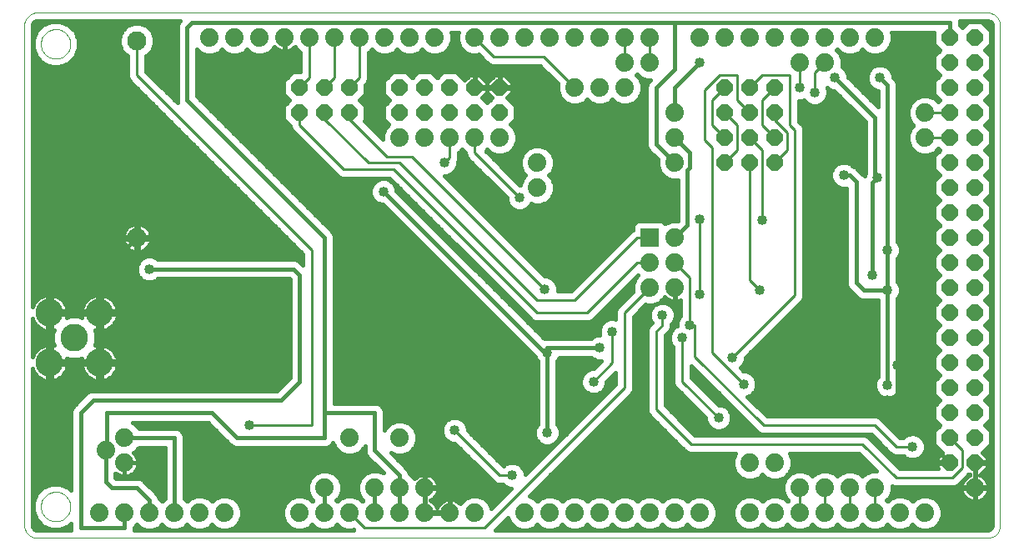
<source format=gbl>
G75*
G70*
%OFA0B0*%
%FSLAX24Y24*%
%IPPOS*%
%LPD*%
%AMOC8*
5,1,8,0,0,1.08239X$1,22.5*
%
%ADD10C,0.0000*%
%ADD11C,0.0740*%
%ADD12R,0.0740X0.0740*%
%ADD13C,0.0768*%
%ADD14OC8,0.0640*%
%ADD15C,0.1100*%
%ADD16C,0.0150*%
%ADD17C,0.0400*%
%ADD18C,0.0160*%
%ADD19C,0.0100*%
D10*
X001675Y001175D02*
X039675Y001175D01*
X039719Y001177D01*
X039762Y001183D01*
X039804Y001192D01*
X039846Y001205D01*
X039886Y001222D01*
X039925Y001242D01*
X039962Y001265D01*
X039996Y001292D01*
X040029Y001321D01*
X040058Y001354D01*
X040085Y001388D01*
X040108Y001425D01*
X040128Y001464D01*
X040145Y001504D01*
X040158Y001546D01*
X040167Y001588D01*
X040173Y001631D01*
X040175Y001675D01*
X040175Y021675D01*
X040173Y021719D01*
X040167Y021762D01*
X040158Y021804D01*
X040145Y021846D01*
X040128Y021886D01*
X040108Y021925D01*
X040085Y021962D01*
X040058Y021996D01*
X040029Y022029D01*
X039996Y022058D01*
X039962Y022085D01*
X039925Y022108D01*
X039886Y022128D01*
X039846Y022145D01*
X039804Y022158D01*
X039762Y022167D01*
X039719Y022173D01*
X039675Y022175D01*
X001675Y022175D01*
X001631Y022173D01*
X001588Y022167D01*
X001546Y022158D01*
X001504Y022145D01*
X001464Y022128D01*
X001425Y022108D01*
X001388Y022085D01*
X001354Y022058D01*
X001321Y022029D01*
X001292Y021996D01*
X001265Y021962D01*
X001242Y021925D01*
X001222Y021886D01*
X001205Y021846D01*
X001192Y021804D01*
X001183Y021762D01*
X001177Y021719D01*
X001175Y021675D01*
X001175Y001675D01*
X001177Y001631D01*
X001183Y001588D01*
X001192Y001546D01*
X001205Y001504D01*
X001222Y001464D01*
X001242Y001425D01*
X001265Y001388D01*
X001292Y001354D01*
X001321Y001321D01*
X001354Y001292D01*
X001388Y001265D01*
X001425Y001242D01*
X001464Y001222D01*
X001504Y001205D01*
X001546Y001192D01*
X001588Y001183D01*
X001631Y001177D01*
X001675Y001175D01*
X001834Y002425D02*
X001836Y002473D01*
X001842Y002521D01*
X001852Y002568D01*
X001865Y002614D01*
X001883Y002659D01*
X001903Y002703D01*
X001928Y002745D01*
X001956Y002784D01*
X001986Y002821D01*
X002020Y002855D01*
X002057Y002887D01*
X002095Y002916D01*
X002136Y002941D01*
X002179Y002963D01*
X002224Y002981D01*
X002270Y002995D01*
X002317Y003006D01*
X002365Y003013D01*
X002413Y003016D01*
X002461Y003015D01*
X002509Y003010D01*
X002557Y003001D01*
X002603Y002989D01*
X002648Y002972D01*
X002692Y002952D01*
X002734Y002929D01*
X002774Y002902D01*
X002812Y002872D01*
X002847Y002839D01*
X002879Y002803D01*
X002909Y002765D01*
X002935Y002724D01*
X002957Y002681D01*
X002977Y002637D01*
X002992Y002592D01*
X003004Y002545D01*
X003012Y002497D01*
X003016Y002449D01*
X003016Y002401D01*
X003012Y002353D01*
X003004Y002305D01*
X002992Y002258D01*
X002977Y002213D01*
X002957Y002169D01*
X002935Y002126D01*
X002909Y002085D01*
X002879Y002047D01*
X002847Y002011D01*
X002812Y001978D01*
X002774Y001948D01*
X002734Y001921D01*
X002692Y001898D01*
X002648Y001878D01*
X002603Y001861D01*
X002557Y001849D01*
X002509Y001840D01*
X002461Y001835D01*
X002413Y001834D01*
X002365Y001837D01*
X002317Y001844D01*
X002270Y001855D01*
X002224Y001869D01*
X002179Y001887D01*
X002136Y001909D01*
X002095Y001934D01*
X002057Y001963D01*
X002020Y001995D01*
X001986Y002029D01*
X001956Y002066D01*
X001928Y002105D01*
X001903Y002147D01*
X001883Y002191D01*
X001865Y002236D01*
X001852Y002282D01*
X001842Y002329D01*
X001836Y002377D01*
X001834Y002425D01*
X001834Y020925D02*
X001836Y020973D01*
X001842Y021021D01*
X001852Y021068D01*
X001865Y021114D01*
X001883Y021159D01*
X001903Y021203D01*
X001928Y021245D01*
X001956Y021284D01*
X001986Y021321D01*
X002020Y021355D01*
X002057Y021387D01*
X002095Y021416D01*
X002136Y021441D01*
X002179Y021463D01*
X002224Y021481D01*
X002270Y021495D01*
X002317Y021506D01*
X002365Y021513D01*
X002413Y021516D01*
X002461Y021515D01*
X002509Y021510D01*
X002557Y021501D01*
X002603Y021489D01*
X002648Y021472D01*
X002692Y021452D01*
X002734Y021429D01*
X002774Y021402D01*
X002812Y021372D01*
X002847Y021339D01*
X002879Y021303D01*
X002909Y021265D01*
X002935Y021224D01*
X002957Y021181D01*
X002977Y021137D01*
X002992Y021092D01*
X003004Y021045D01*
X003012Y020997D01*
X003016Y020949D01*
X003016Y020901D01*
X003012Y020853D01*
X003004Y020805D01*
X002992Y020758D01*
X002977Y020713D01*
X002957Y020669D01*
X002935Y020626D01*
X002909Y020585D01*
X002879Y020547D01*
X002847Y020511D01*
X002812Y020478D01*
X002774Y020448D01*
X002734Y020421D01*
X002692Y020398D01*
X002648Y020378D01*
X002603Y020361D01*
X002557Y020349D01*
X002509Y020340D01*
X002461Y020335D01*
X002413Y020334D01*
X002365Y020337D01*
X002317Y020344D01*
X002270Y020355D01*
X002224Y020369D01*
X002179Y020387D01*
X002136Y020409D01*
X002095Y020434D01*
X002057Y020463D01*
X002020Y020495D01*
X001986Y020529D01*
X001956Y020566D01*
X001928Y020605D01*
X001903Y020647D01*
X001883Y020691D01*
X001865Y020736D01*
X001852Y020782D01*
X001842Y020829D01*
X001836Y020877D01*
X001834Y020925D01*
D11*
X008575Y021175D03*
X009575Y021175D03*
X010575Y021175D03*
X011575Y021175D03*
X012575Y021175D03*
X013575Y021175D03*
X014575Y021175D03*
X015575Y021175D03*
X016575Y021175D03*
X017575Y021175D03*
X019175Y021175D03*
X020175Y021175D03*
X021175Y021175D03*
X022175Y021175D03*
X023175Y021175D03*
X024175Y021175D03*
X025175Y021175D03*
X026175Y021175D03*
X026175Y020175D03*
X025175Y020175D03*
X025175Y019175D03*
X024175Y019175D03*
X023175Y019175D03*
X020175Y017175D03*
X019175Y017175D03*
X018175Y017175D03*
X017175Y017175D03*
X016175Y017175D03*
X021675Y016175D03*
X021675Y015175D03*
X026175Y012175D03*
X027175Y012175D03*
X027175Y013175D03*
X027175Y011175D03*
X026175Y011175D03*
X027175Y016175D03*
X027175Y017175D03*
X027175Y018175D03*
X032175Y020175D03*
X033175Y020175D03*
X033175Y021175D03*
X034175Y021175D03*
X035175Y021175D03*
X032175Y021175D03*
X031175Y021175D03*
X030175Y021175D03*
X029175Y021175D03*
X028175Y021175D03*
X037175Y018175D03*
X037175Y017175D03*
X016175Y005175D03*
X014175Y005175D03*
X013175Y003175D03*
X013175Y002175D03*
X012175Y002175D03*
X014175Y002175D03*
X015175Y002175D03*
X016175Y002175D03*
X017175Y002175D03*
X018175Y002175D03*
X019175Y002175D03*
X021175Y002175D03*
X022175Y002175D03*
X023175Y002175D03*
X024175Y002175D03*
X025175Y002175D03*
X026175Y002175D03*
X027175Y002175D03*
X028175Y002175D03*
X030175Y002175D03*
X031175Y002175D03*
X032175Y002175D03*
X033175Y002175D03*
X034175Y002175D03*
X035175Y002175D03*
X036175Y002175D03*
X037175Y002175D03*
X035175Y003175D03*
X034175Y003175D03*
X033175Y003175D03*
X032175Y003175D03*
X031175Y004175D03*
X030175Y004175D03*
X039175Y003175D03*
X017175Y003175D03*
X016175Y003175D03*
X015175Y003175D03*
X009175Y002175D03*
X008175Y002175D03*
X007175Y002175D03*
X006175Y002175D03*
X005175Y002175D03*
X004175Y002175D03*
X005175Y004175D03*
X004425Y004675D03*
X005175Y005175D03*
D12*
X026175Y013175D03*
D13*
X005675Y013175D03*
X005675Y021049D03*
D14*
X012175Y019175D03*
X013175Y019175D03*
X014175Y019175D03*
X014175Y018175D03*
X013175Y018175D03*
X012175Y018175D03*
X016175Y018175D03*
X017175Y018175D03*
X018175Y018175D03*
X019175Y018175D03*
X020175Y018175D03*
X020175Y019175D03*
X019175Y019175D03*
X018175Y019175D03*
X017175Y019175D03*
X016175Y019175D03*
X029175Y019175D03*
X030175Y019175D03*
X031175Y019175D03*
X031175Y018175D03*
X030175Y018175D03*
X029175Y018175D03*
X029175Y017175D03*
X030175Y017175D03*
X031175Y017175D03*
X031175Y016175D03*
X030175Y016175D03*
X029175Y016175D03*
X038175Y016175D03*
X039175Y016175D03*
X039175Y017175D03*
X038175Y017175D03*
X038175Y018175D03*
X039175Y018175D03*
X039175Y019175D03*
X038175Y019175D03*
X038175Y020175D03*
X039175Y020175D03*
X039175Y021175D03*
X038175Y021175D03*
X038175Y015175D03*
X039175Y015175D03*
X039175Y014175D03*
X038175Y014175D03*
X038175Y013175D03*
X039175Y013175D03*
X039175Y012175D03*
X038175Y012175D03*
X038175Y011175D03*
X039175Y011175D03*
X039175Y010175D03*
X038175Y010175D03*
X038175Y009175D03*
X039175Y009175D03*
X039175Y008175D03*
X038175Y008175D03*
X038175Y007175D03*
X039175Y007175D03*
X039175Y006175D03*
X038175Y006175D03*
X038175Y005175D03*
X039175Y005175D03*
X039175Y004175D03*
X038175Y004175D03*
D15*
X004175Y008175D03*
X003175Y009175D03*
X002175Y008175D03*
X002175Y010175D03*
X004175Y010175D03*
D16*
X004175Y011675D01*
X005675Y013175D01*
X005728Y013204D02*
X011630Y013204D01*
X011482Y013352D02*
X006205Y013352D01*
X006193Y013390D02*
X006220Y013306D01*
X006232Y013228D01*
X005728Y013228D01*
X005728Y013122D01*
X006232Y013122D01*
X006220Y013044D01*
X006193Y012960D01*
X006153Y012882D01*
X006101Y012811D01*
X006039Y012749D01*
X005968Y012697D01*
X005890Y012657D01*
X005806Y012630D01*
X005728Y012618D01*
X005728Y013122D01*
X005622Y013122D01*
X005622Y012618D01*
X005544Y012630D01*
X005460Y012657D01*
X005382Y012697D01*
X005311Y012749D01*
X005249Y012811D01*
X005197Y012882D01*
X005157Y012960D01*
X005130Y013044D01*
X005118Y013122D01*
X005622Y013122D01*
X005622Y013228D01*
X005622Y013732D01*
X005544Y013720D01*
X005460Y013693D01*
X005382Y013653D01*
X005311Y013601D01*
X005249Y013539D01*
X005197Y013468D01*
X005157Y013390D01*
X005130Y013306D01*
X005118Y013228D01*
X005622Y013228D01*
X005728Y013228D01*
X005728Y013732D01*
X005806Y013720D01*
X005890Y013693D01*
X005968Y013653D01*
X006039Y013601D01*
X006101Y013539D01*
X006153Y013468D01*
X006193Y013390D01*
X006129Y013501D02*
X011333Y013501D01*
X011185Y013649D02*
X005973Y013649D01*
X005728Y013649D02*
X005622Y013649D01*
X005622Y013501D02*
X005728Y013501D01*
X005728Y013352D02*
X005622Y013352D01*
X005622Y013204D02*
X001490Y013204D01*
X001490Y013352D02*
X005145Y013352D01*
X005221Y013501D02*
X001490Y013501D01*
X001490Y013649D02*
X005377Y013649D01*
X005622Y013055D02*
X005728Y013055D01*
X005728Y012907D02*
X005622Y012907D01*
X005622Y012758D02*
X005728Y012758D01*
X006048Y012758D02*
X012076Y012758D01*
X012224Y012610D02*
X001490Y012610D01*
X001490Y012758D02*
X005302Y012758D01*
X005185Y012907D02*
X001490Y012907D01*
X001490Y013055D02*
X005128Y013055D01*
X005883Y012362D02*
X006073Y012440D01*
X006277Y012440D01*
X006467Y012362D01*
X006513Y012315D01*
X012003Y012315D01*
X012146Y012256D01*
X012256Y012146D01*
X012310Y012092D01*
X012310Y012524D01*
X005468Y019366D01*
X005366Y019468D01*
X005310Y019602D01*
X005310Y020444D01*
X005279Y020457D01*
X005083Y020653D01*
X004976Y020910D01*
X004976Y021188D01*
X005083Y021445D01*
X005279Y021641D01*
X005536Y021748D01*
X005814Y021748D01*
X006071Y021641D01*
X006267Y021445D01*
X006374Y021188D01*
X006374Y020910D01*
X006267Y020653D01*
X006071Y020457D01*
X006040Y020444D01*
X006040Y019826D01*
X007296Y018570D01*
X007285Y018597D01*
X007285Y021653D01*
X007344Y021796D01*
X007408Y021860D01*
X001675Y021860D01*
X001639Y021856D01*
X001572Y021829D01*
X001521Y021778D01*
X001494Y021711D01*
X001490Y021675D01*
X001490Y010416D01*
X001523Y010496D01*
X001571Y010579D01*
X001629Y010654D01*
X001696Y010721D01*
X001771Y010779D01*
X001854Y010827D01*
X001941Y010863D01*
X002033Y010888D01*
X002100Y010896D01*
X002100Y010250D01*
X002250Y010250D01*
X002250Y010896D01*
X002317Y010888D01*
X002409Y010863D01*
X002496Y010827D01*
X002579Y010779D01*
X002654Y010721D01*
X002721Y010654D01*
X002779Y010579D01*
X002827Y010496D01*
X002863Y010409D01*
X002888Y010317D01*
X002896Y010250D01*
X002250Y010250D01*
X002250Y010100D01*
X002896Y010100D01*
X002888Y010033D01*
X002875Y009987D01*
X003003Y010040D01*
X003347Y010040D01*
X003475Y009987D01*
X003462Y010033D01*
X003454Y010100D01*
X004100Y010100D01*
X004100Y010250D01*
X004100Y010896D01*
X004033Y010888D01*
X003941Y010863D01*
X003854Y010827D01*
X003771Y010779D01*
X003696Y010721D01*
X003629Y010654D01*
X003571Y010579D01*
X003523Y010496D01*
X003487Y010409D01*
X003462Y010317D01*
X003454Y010250D01*
X004100Y010250D01*
X004250Y010250D01*
X004250Y010896D01*
X004317Y010888D01*
X004409Y010863D01*
X004496Y010827D01*
X004579Y010779D01*
X004654Y010721D01*
X004721Y010654D01*
X004779Y010579D01*
X004827Y010496D01*
X004863Y010409D01*
X004888Y010317D01*
X004896Y010250D01*
X004250Y010250D01*
X004250Y010100D01*
X004896Y010100D01*
X004888Y010033D01*
X004863Y009941D01*
X004827Y009854D01*
X004779Y009771D01*
X004721Y009696D01*
X004654Y009629D01*
X004579Y009571D01*
X004496Y009523D01*
X004409Y009487D01*
X004317Y009462D01*
X004250Y009454D01*
X004250Y010100D01*
X004100Y010100D01*
X004100Y009454D01*
X004033Y009462D01*
X003987Y009475D01*
X004040Y009347D01*
X004040Y009003D01*
X003987Y008875D01*
X004033Y008888D01*
X004100Y008896D01*
X004100Y008250D01*
X004250Y008250D01*
X004250Y008896D01*
X004317Y008888D01*
X004409Y008863D01*
X004496Y008827D01*
X004579Y008779D01*
X004654Y008721D01*
X004721Y008654D01*
X004779Y008579D01*
X004827Y008496D01*
X004863Y008409D01*
X004888Y008317D01*
X004896Y008250D01*
X004250Y008250D01*
X004250Y008100D01*
X004896Y008100D01*
X004888Y008033D01*
X004863Y007941D01*
X004827Y007854D01*
X004779Y007771D01*
X004721Y007696D01*
X004654Y007629D01*
X004579Y007571D01*
X004496Y007523D01*
X004409Y007487D01*
X004317Y007462D01*
X004250Y007454D01*
X004250Y008100D01*
X004100Y008100D01*
X004100Y007454D01*
X004033Y007462D01*
X003941Y007487D01*
X003854Y007523D01*
X003771Y007571D01*
X003696Y007629D01*
X003629Y007696D01*
X003571Y007771D01*
X003523Y007854D01*
X003487Y007941D01*
X003462Y008033D01*
X003454Y008100D01*
X004100Y008100D01*
X004100Y008250D01*
X003454Y008250D01*
X003462Y008317D01*
X003475Y008363D01*
X003347Y008310D01*
X003003Y008310D01*
X002875Y008363D01*
X002888Y008317D01*
X002896Y008250D01*
X002250Y008250D01*
X002100Y008250D01*
X002100Y008896D01*
X002033Y008888D01*
X001941Y008863D01*
X001854Y008827D01*
X001771Y008779D01*
X001696Y008721D01*
X001629Y008654D01*
X001571Y008579D01*
X001523Y008496D01*
X001490Y008416D01*
X001490Y009934D01*
X001523Y009854D01*
X001571Y009771D01*
X001629Y009696D01*
X001696Y009629D01*
X001771Y009571D01*
X001854Y009523D01*
X001941Y009487D01*
X002033Y009462D01*
X002100Y009454D01*
X002100Y010100D01*
X002250Y010100D01*
X002250Y009454D01*
X002317Y009462D01*
X002363Y009475D01*
X002310Y009347D01*
X002310Y009003D01*
X002363Y008875D01*
X002317Y008888D01*
X002250Y008896D01*
X002250Y008250D01*
X002250Y008100D01*
X002896Y008100D01*
X002888Y008033D01*
X002863Y007941D01*
X002827Y007854D01*
X002779Y007771D01*
X002721Y007696D01*
X002654Y007629D01*
X002579Y007571D01*
X002496Y007523D01*
X002409Y007487D01*
X002317Y007462D01*
X002250Y007454D01*
X002250Y008100D01*
X002100Y008100D01*
X002100Y007454D01*
X002033Y007462D01*
X001941Y007487D01*
X001854Y007523D01*
X001771Y007571D01*
X001696Y007629D01*
X001629Y007696D01*
X001571Y007771D01*
X001523Y007854D01*
X001490Y007934D01*
X001490Y001675D01*
X001494Y001639D01*
X001521Y001572D01*
X001572Y001521D01*
X001639Y001494D01*
X001675Y001490D01*
X001738Y001490D01*
X003038Y001490D01*
X003035Y001497D01*
X003035Y001754D01*
X002938Y001657D01*
X002605Y001519D01*
X002245Y001519D01*
X001912Y001657D01*
X001657Y001912D01*
X001519Y002245D01*
X001519Y002605D01*
X001657Y002938D01*
X001912Y003193D01*
X002245Y003331D01*
X002605Y003331D01*
X002938Y003193D01*
X003035Y003096D01*
X003035Y006253D01*
X003094Y006396D01*
X003204Y006506D01*
X003704Y007006D01*
X003847Y007065D01*
X011263Y007065D01*
X011785Y007587D01*
X011785Y011513D01*
X011763Y011535D01*
X006513Y011535D01*
X006467Y011488D01*
X006277Y011410D01*
X006073Y011410D01*
X005883Y011488D01*
X005738Y011633D01*
X005660Y011823D01*
X005660Y012027D01*
X005738Y012217D01*
X005883Y012362D01*
X005834Y012313D02*
X001490Y012313D01*
X001490Y012461D02*
X012310Y012461D01*
X012310Y012313D02*
X012009Y012313D01*
X012238Y012164D02*
X012310Y012164D01*
X011925Y011925D02*
X006175Y011925D01*
X005703Y011719D02*
X001490Y011719D01*
X001490Y011867D02*
X005660Y011867D01*
X005660Y012016D02*
X001490Y012016D01*
X001490Y012164D02*
X005717Y012164D01*
X005802Y011570D02*
X001490Y011570D01*
X001490Y011422D02*
X006045Y011422D01*
X006305Y011422D02*
X011785Y011422D01*
X011785Y011273D02*
X001490Y011273D01*
X001490Y011125D02*
X011785Y011125D01*
X011785Y010976D02*
X001490Y010976D01*
X001490Y010828D02*
X001856Y010828D01*
X002100Y010828D02*
X002250Y010828D01*
X002250Y010679D02*
X002100Y010679D01*
X002100Y010531D02*
X002250Y010531D01*
X002250Y010382D02*
X002100Y010382D01*
X002250Y010234D02*
X004100Y010234D01*
X004100Y010382D02*
X004250Y010382D01*
X004250Y010234D02*
X011785Y010234D01*
X011785Y010382D02*
X004870Y010382D01*
X004807Y010531D02*
X011785Y010531D01*
X011785Y010679D02*
X004696Y010679D01*
X004494Y010828D02*
X011785Y010828D01*
X011785Y010085D02*
X004894Y010085D01*
X004861Y009937D02*
X011785Y009937D01*
X011785Y009788D02*
X004789Y009788D01*
X004665Y009640D02*
X011785Y009640D01*
X011785Y009491D02*
X004418Y009491D01*
X004250Y009491D02*
X004100Y009491D01*
X004100Y009640D02*
X004250Y009640D01*
X004250Y009788D02*
X004100Y009788D01*
X004100Y009937D02*
X004250Y009937D01*
X004250Y010085D02*
X004100Y010085D01*
X003456Y010085D02*
X002894Y010085D01*
X002870Y010382D02*
X003480Y010382D01*
X003543Y010531D02*
X002807Y010531D01*
X002696Y010679D02*
X003654Y010679D01*
X003856Y010828D02*
X002494Y010828D01*
X002175Y010175D02*
X002175Y008175D01*
X002250Y008155D02*
X004100Y008155D01*
X004100Y008303D02*
X004250Y008303D01*
X004250Y008155D02*
X011785Y008155D01*
X011785Y008303D02*
X004889Y008303D01*
X004845Y008452D02*
X011785Y008452D01*
X011785Y008600D02*
X004763Y008600D01*
X004619Y008749D02*
X011785Y008749D01*
X011785Y008897D02*
X003996Y008897D01*
X004040Y009046D02*
X011785Y009046D01*
X011785Y009194D02*
X004040Y009194D01*
X004040Y009343D02*
X011785Y009343D01*
X013565Y009343D02*
X020656Y009343D01*
X020507Y009491D02*
X013565Y009491D01*
X013565Y009640D02*
X020359Y009640D01*
X020210Y009788D02*
X013565Y009788D01*
X013565Y009937D02*
X020062Y009937D01*
X019913Y010085D02*
X013565Y010085D01*
X013565Y010234D02*
X019765Y010234D01*
X019616Y010382D02*
X013565Y010382D01*
X013565Y010531D02*
X019468Y010531D01*
X019319Y010679D02*
X013565Y010679D01*
X013565Y010828D02*
X019171Y010828D01*
X019022Y010976D02*
X013565Y010976D01*
X013565Y011125D02*
X018874Y011125D01*
X018725Y011273D02*
X013565Y011273D01*
X013565Y011422D02*
X018577Y011422D01*
X018428Y011570D02*
X013565Y011570D01*
X013565Y011719D02*
X018280Y011719D01*
X018131Y011867D02*
X013565Y011867D01*
X013565Y012016D02*
X017983Y012016D01*
X017834Y012164D02*
X013565Y012164D01*
X013565Y012313D02*
X017686Y012313D01*
X017537Y012461D02*
X013565Y012461D01*
X013565Y012610D02*
X017389Y012610D01*
X017240Y012758D02*
X013565Y012758D01*
X013565Y012907D02*
X017092Y012907D01*
X016943Y013055D02*
X013565Y013055D01*
X013565Y013204D02*
X016795Y013204D01*
X016646Y013352D02*
X013524Y013352D01*
X013506Y013396D02*
X013396Y013506D01*
X008065Y018837D01*
X008065Y020716D01*
X008187Y020594D01*
X008439Y020490D01*
X008711Y020490D01*
X008963Y020594D01*
X009075Y020706D01*
X009187Y020594D01*
X009439Y020490D01*
X009711Y020490D01*
X009963Y020594D01*
X010075Y020706D01*
X010187Y020594D01*
X010439Y020490D01*
X010711Y020490D01*
X010963Y020594D01*
X011156Y020787D01*
X011166Y020813D01*
X011220Y020759D01*
X011289Y020709D01*
X011366Y020670D01*
X011447Y020643D01*
X011532Y020630D01*
X011550Y020630D01*
X011550Y021150D01*
X011600Y021150D01*
X011600Y020630D01*
X011618Y020630D01*
X011703Y020643D01*
X011784Y020670D01*
X011861Y020709D01*
X011930Y020759D01*
X011984Y020813D01*
X011994Y020787D01*
X012187Y020594D01*
X012210Y020585D01*
X012210Y019810D01*
X011912Y019810D01*
X011540Y019438D01*
X011540Y018912D01*
X011777Y018675D01*
X011540Y018438D01*
X011540Y017912D01*
X011810Y017642D01*
X011810Y017602D01*
X011866Y017468D01*
X013718Y015616D01*
X013852Y015560D01*
X015774Y015560D01*
X021366Y009968D01*
X021468Y009866D01*
X021602Y009810D01*
X023748Y009810D01*
X023882Y009866D01*
X023984Y009968D01*
X025699Y011683D01*
X025706Y011675D01*
X025594Y011563D01*
X025490Y011311D01*
X025490Y011039D01*
X025500Y011016D01*
X024968Y010484D01*
X024866Y010382D01*
X024398Y010382D01*
X024250Y010234D02*
X024810Y010234D01*
X024810Y010248D02*
X024810Y009927D01*
X024777Y009940D01*
X024573Y009940D01*
X024383Y009862D01*
X024238Y009717D01*
X024160Y009527D01*
X024160Y009323D01*
X024173Y009290D01*
X024073Y009290D01*
X023883Y009212D01*
X023837Y009165D01*
X021997Y009165D01*
X021954Y009147D01*
X016040Y015062D01*
X016040Y015127D01*
X015962Y015317D01*
X015817Y015462D01*
X015627Y015540D01*
X015423Y015540D01*
X015233Y015462D01*
X015088Y015317D01*
X015010Y015127D01*
X015010Y014923D01*
X015088Y014733D01*
X015233Y014588D01*
X015423Y014510D01*
X015488Y014510D01*
X021584Y008414D01*
X021638Y008283D01*
X021685Y008237D01*
X021685Y005713D01*
X021638Y005667D01*
X021560Y005477D01*
X021560Y005273D01*
X021638Y005083D01*
X021783Y004938D01*
X021973Y004860D01*
X022177Y004860D01*
X022367Y004938D01*
X022512Y005083D01*
X022590Y005273D01*
X022590Y005477D01*
X022512Y005667D01*
X022465Y005713D01*
X022465Y008237D01*
X022512Y008283D01*
X022554Y008385D01*
X023837Y008385D01*
X023883Y008338D01*
X024073Y008260D01*
X024244Y008260D01*
X023924Y007940D01*
X023823Y007940D01*
X023633Y007862D01*
X023488Y007717D01*
X023410Y007527D01*
X023410Y007323D01*
X023488Y007133D01*
X023633Y006988D01*
X023823Y006910D01*
X024027Y006910D01*
X024217Y006988D01*
X024362Y007133D01*
X024440Y007323D01*
X024440Y007424D01*
X024810Y007794D01*
X024810Y007326D01*
X021190Y003706D01*
X021190Y003777D01*
X021112Y003967D01*
X020967Y004112D01*
X020777Y004190D01*
X020573Y004190D01*
X020383Y004112D01*
X020319Y004047D01*
X018890Y005476D01*
X018890Y005577D01*
X018812Y005767D01*
X018667Y005912D01*
X018477Y005990D01*
X018273Y005990D01*
X018083Y005912D01*
X017938Y005767D01*
X017860Y005577D01*
X017860Y005373D01*
X017938Y005183D01*
X018083Y005038D01*
X018273Y004960D01*
X018374Y004960D01*
X019866Y003468D01*
X019968Y003366D01*
X020102Y003310D01*
X020312Y003310D01*
X020383Y003238D01*
X020573Y003160D01*
X020644Y003160D01*
X019841Y002357D01*
X019756Y002563D01*
X019563Y002756D01*
X019311Y002860D01*
X019039Y002860D01*
X018787Y002756D01*
X018594Y002563D01*
X018584Y002537D01*
X018530Y002591D01*
X018461Y002641D01*
X018384Y002680D01*
X018303Y002707D01*
X018218Y002720D01*
X018200Y002720D01*
X018200Y002200D01*
X018150Y002200D01*
X018150Y002720D01*
X018132Y002720D01*
X018047Y002707D01*
X017966Y002680D01*
X017889Y002641D01*
X017820Y002591D01*
X017759Y002530D01*
X017709Y002461D01*
X017675Y002394D01*
X017641Y002461D01*
X017591Y002530D01*
X017530Y002591D01*
X017461Y002641D01*
X017394Y002675D01*
X017461Y002709D01*
X017530Y002759D01*
X017591Y002820D01*
X017641Y002889D01*
X017680Y002966D01*
X017707Y003047D01*
X017720Y003132D01*
X017720Y003150D01*
X017200Y003150D01*
X017200Y003200D01*
X017150Y003200D01*
X017150Y003720D01*
X017132Y003720D01*
X017047Y003707D01*
X016966Y003680D01*
X016889Y003641D01*
X016820Y003591D01*
X016766Y003537D01*
X016756Y003563D01*
X016564Y003755D01*
X016506Y003896D01*
X016396Y004006D01*
X015822Y004580D01*
X016039Y004490D01*
X016311Y004490D01*
X016563Y004594D01*
X016756Y004787D01*
X016860Y005039D01*
X016860Y005311D01*
X016756Y005563D01*
X016563Y005756D01*
X016311Y005860D01*
X016039Y005860D01*
X015787Y005756D01*
X015594Y005563D01*
X015565Y005492D01*
X015565Y006253D01*
X015506Y006396D01*
X015396Y006506D01*
X015253Y006565D01*
X013565Y006565D01*
X013565Y013253D01*
X013506Y013396D01*
X013401Y013501D02*
X016498Y013501D01*
X016349Y013649D02*
X013253Y013649D01*
X013104Y013798D02*
X016201Y013798D01*
X016052Y013946D02*
X012956Y013946D01*
X012807Y014095D02*
X015904Y014095D01*
X015755Y014243D02*
X012659Y014243D01*
X012510Y014392D02*
X015607Y014392D01*
X015350Y014540D02*
X012362Y014540D01*
X012213Y014689D02*
X015133Y014689D01*
X015045Y014837D02*
X012065Y014837D01*
X011916Y014986D02*
X015010Y014986D01*
X015013Y015134D02*
X011768Y015134D01*
X011619Y015283D02*
X015074Y015283D01*
X015203Y015431D02*
X011471Y015431D01*
X011322Y015580D02*
X013805Y015580D01*
X013606Y015728D02*
X011174Y015728D01*
X011025Y015877D02*
X013457Y015877D01*
X013309Y016025D02*
X010877Y016025D01*
X010728Y016174D02*
X013160Y016174D01*
X013012Y016322D02*
X010580Y016322D01*
X010431Y016471D02*
X012863Y016471D01*
X012715Y016619D02*
X010283Y016619D01*
X010134Y016768D02*
X012566Y016768D01*
X012418Y016916D02*
X009986Y016916D01*
X009837Y017065D02*
X012269Y017065D01*
X012121Y017213D02*
X009689Y017213D01*
X009540Y017362D02*
X011972Y017362D01*
X011848Y017510D02*
X009392Y017510D01*
X009243Y017659D02*
X011793Y017659D01*
X011645Y017807D02*
X009095Y017807D01*
X008946Y017956D02*
X011540Y017956D01*
X011540Y018104D02*
X008798Y018104D01*
X008649Y018253D02*
X011540Y018253D01*
X011540Y018401D02*
X008501Y018401D01*
X008352Y018550D02*
X011652Y018550D01*
X011754Y018698D02*
X008204Y018698D01*
X008065Y018847D02*
X011605Y018847D01*
X011540Y018995D02*
X008065Y018995D01*
X008065Y019144D02*
X011540Y019144D01*
X011540Y019292D02*
X008065Y019292D01*
X008065Y019441D02*
X011543Y019441D01*
X011691Y019589D02*
X008065Y019589D01*
X008065Y019738D02*
X011840Y019738D01*
X012210Y019886D02*
X008065Y019886D01*
X008065Y020035D02*
X012210Y020035D01*
X012210Y020183D02*
X008065Y020183D01*
X008065Y020332D02*
X012210Y020332D01*
X012210Y020480D02*
X008065Y020480D01*
X008065Y020629D02*
X008153Y020629D01*
X008997Y020629D02*
X009153Y020629D01*
X009997Y020629D02*
X010153Y020629D01*
X010997Y020629D02*
X012153Y020629D01*
X012004Y020777D02*
X011948Y020777D01*
X011600Y020777D02*
X011550Y020777D01*
X011550Y020926D02*
X011600Y020926D01*
X011600Y021074D02*
X011550Y021074D01*
X011202Y020777D02*
X011146Y020777D01*
X007875Y021775D02*
X027175Y021775D01*
X038175Y021775D01*
X038175Y021175D01*
X037540Y021223D02*
X035860Y021223D01*
X035860Y021311D02*
X035860Y021039D01*
X035756Y020787D01*
X035563Y020594D01*
X035311Y020490D01*
X035039Y020490D01*
X034787Y020594D01*
X034675Y020706D01*
X034563Y020594D01*
X034311Y020490D01*
X034039Y020490D01*
X033787Y020594D01*
X033675Y020706D01*
X033644Y020675D01*
X033756Y020563D01*
X033860Y020311D01*
X033860Y020039D01*
X033851Y020018D01*
X033867Y020012D01*
X034012Y019867D01*
X034090Y019677D01*
X034090Y019612D01*
X035285Y018417D01*
X035285Y019060D01*
X035273Y019060D01*
X035083Y019138D01*
X034938Y019283D01*
X034860Y019473D01*
X034860Y019677D01*
X034938Y019867D01*
X035083Y020012D01*
X035273Y020090D01*
X035477Y020090D01*
X035667Y020012D01*
X035812Y019867D01*
X035890Y019677D01*
X035890Y019612D01*
X035896Y019606D01*
X036006Y019496D01*
X036065Y019353D01*
X036065Y013013D01*
X036112Y012967D01*
X036190Y012777D01*
X036190Y012573D01*
X036112Y012383D01*
X036065Y012337D01*
X036065Y011413D01*
X036112Y011367D01*
X036190Y011177D01*
X036190Y010973D01*
X036112Y010783D01*
X036065Y010737D01*
X036065Y007613D01*
X036112Y007567D01*
X036190Y007377D01*
X036190Y007173D01*
X036112Y006983D01*
X035967Y006838D01*
X035777Y006760D01*
X035573Y006760D01*
X035383Y006838D01*
X035238Y006983D01*
X035160Y007173D01*
X035160Y007377D01*
X035238Y007567D01*
X035285Y007613D01*
X035285Y010685D01*
X034647Y010685D01*
X034504Y010744D01*
X034394Y010854D01*
X034094Y011154D01*
X034035Y011297D01*
X034035Y015163D01*
X034027Y015160D01*
X033823Y015160D01*
X033633Y015238D01*
X033488Y015383D01*
X033410Y015573D01*
X033410Y015777D01*
X033488Y015967D01*
X033633Y016112D01*
X033823Y016190D01*
X034027Y016190D01*
X034217Y016112D01*
X034271Y016057D01*
X034396Y016006D01*
X034506Y015896D01*
X034646Y015756D01*
X034756Y015646D01*
X034760Y015635D01*
X034760Y015677D01*
X034785Y015738D01*
X034785Y017813D01*
X033538Y019060D01*
X033473Y019060D01*
X033283Y019138D01*
X033252Y019170D01*
X033290Y019077D01*
X033290Y018873D01*
X033212Y018683D01*
X033067Y018538D01*
X032877Y018460D01*
X032673Y018460D01*
X032483Y018538D01*
X032338Y018683D01*
X032338Y018685D01*
X032277Y018660D01*
X032140Y018660D01*
X032140Y017826D01*
X032182Y017784D01*
X032284Y017682D01*
X032340Y017548D01*
X032340Y010802D01*
X032284Y010668D01*
X029990Y008374D01*
X029990Y008273D01*
X029912Y008083D01*
X029797Y007969D01*
X029926Y007840D01*
X030027Y007840D01*
X030217Y007762D01*
X030362Y007617D01*
X030440Y007427D01*
X030440Y007223D01*
X030362Y007033D01*
X030217Y006888D01*
X030083Y006833D01*
X030876Y006040D01*
X035248Y006040D01*
X035382Y005984D01*
X036176Y005190D01*
X036312Y005190D01*
X036383Y005262D01*
X036573Y005340D01*
X036777Y005340D01*
X036967Y005262D01*
X037112Y005117D01*
X037190Y004927D01*
X037190Y004723D01*
X037112Y004533D01*
X036967Y004388D01*
X036777Y004310D01*
X036573Y004310D01*
X036383Y004388D01*
X036312Y004460D01*
X035952Y004460D01*
X035818Y004516D01*
X035716Y004618D01*
X035024Y005310D01*
X030652Y005310D01*
X030518Y005366D01*
X027840Y008044D01*
X027840Y007576D01*
X028926Y006490D01*
X029027Y006490D01*
X029217Y006412D01*
X029362Y006267D01*
X029440Y006077D01*
X029440Y005873D01*
X029362Y005683D01*
X029217Y005538D01*
X029027Y005460D01*
X028823Y005460D01*
X028633Y005538D01*
X028488Y005683D01*
X028410Y005873D01*
X028410Y005974D01*
X027268Y007116D01*
X027166Y007218D01*
X027110Y007352D01*
X027110Y008812D01*
X027038Y008883D01*
X026960Y009073D01*
X026960Y009277D01*
X027038Y009467D01*
X027183Y009612D01*
X027260Y009643D01*
X027260Y009777D01*
X027338Y009967D01*
X027410Y010038D01*
X027410Y010683D01*
X027384Y010670D01*
X027303Y010643D01*
X027218Y010630D01*
X027200Y010630D01*
X027200Y011150D01*
X027150Y011150D01*
X027150Y010630D01*
X027132Y010630D01*
X027047Y010643D01*
X026966Y010670D01*
X026889Y010709D01*
X026820Y010759D01*
X026766Y010813D01*
X026756Y010787D01*
X026563Y010594D01*
X026311Y010490D01*
X026039Y010490D01*
X026016Y010500D01*
X025540Y010024D01*
X025540Y007102D01*
X025484Y006968D01*
X025382Y006866D01*
X021357Y002841D01*
X021563Y002756D01*
X021675Y002644D01*
X021787Y002756D01*
X022039Y002860D01*
X022311Y002860D01*
X022563Y002756D01*
X022675Y002644D01*
X022787Y002756D01*
X023039Y002860D01*
X023311Y002860D01*
X023563Y002756D01*
X023675Y002644D01*
X023787Y002756D01*
X024039Y002860D01*
X024311Y002860D01*
X024563Y002756D01*
X024675Y002644D01*
X024787Y002756D01*
X025039Y002860D01*
X025311Y002860D01*
X025563Y002756D01*
X025675Y002644D01*
X025787Y002756D01*
X026039Y002860D01*
X026311Y002860D01*
X026563Y002756D01*
X026675Y002644D01*
X026787Y002756D01*
X027039Y002860D01*
X027311Y002860D01*
X027563Y002756D01*
X027675Y002644D01*
X027787Y002756D01*
X028039Y002860D01*
X028311Y002860D01*
X028563Y002756D01*
X028756Y002563D01*
X028860Y002311D01*
X028860Y002039D01*
X028756Y001787D01*
X028563Y001594D01*
X028311Y001490D01*
X028039Y001490D01*
X027787Y001594D01*
X027675Y001706D01*
X027563Y001594D01*
X027311Y001490D01*
X027039Y001490D01*
X026787Y001594D01*
X026675Y001706D01*
X026563Y001594D01*
X026311Y001490D01*
X026039Y001490D01*
X025787Y001594D01*
X025675Y001706D01*
X025563Y001594D01*
X025311Y001490D01*
X025039Y001490D01*
X024787Y001594D01*
X024675Y001706D01*
X024563Y001594D01*
X024311Y001490D01*
X024039Y001490D01*
X023787Y001594D01*
X023675Y001706D01*
X023563Y001594D01*
X023311Y001490D01*
X023039Y001490D01*
X022787Y001594D01*
X022675Y001706D01*
X022563Y001594D01*
X022311Y001490D01*
X022039Y001490D01*
X021787Y001594D01*
X021675Y001706D01*
X021563Y001594D01*
X021311Y001490D01*
X021039Y001490D01*
X020787Y001594D01*
X020594Y001787D01*
X020509Y001993D01*
X020006Y001490D01*
X039675Y001490D01*
X039711Y001494D01*
X039778Y001521D01*
X039829Y001572D01*
X039856Y001639D01*
X039860Y001675D01*
X039860Y021675D01*
X039856Y021711D01*
X039829Y021778D01*
X039778Y021829D01*
X039711Y021856D01*
X039675Y021860D01*
X038562Y021860D01*
X038565Y021853D01*
X038565Y021683D01*
X038675Y021573D01*
X038912Y021810D01*
X039438Y021810D01*
X039810Y021438D01*
X039810Y020912D01*
X039573Y020675D01*
X039810Y020438D01*
X039810Y019912D01*
X039573Y019675D01*
X039810Y019438D01*
X039810Y018912D01*
X039573Y018675D01*
X039810Y018438D01*
X039810Y017912D01*
X039573Y017675D01*
X039810Y017438D01*
X039810Y016912D01*
X039573Y016675D01*
X039810Y016438D01*
X039810Y015912D01*
X039573Y015675D01*
X039810Y015438D01*
X039810Y014912D01*
X039573Y014675D01*
X039810Y014438D01*
X039810Y013912D01*
X039573Y013675D01*
X039810Y013438D01*
X039810Y012912D01*
X039573Y012675D01*
X039810Y012438D01*
X039810Y011912D01*
X039573Y011675D01*
X039810Y011438D01*
X039810Y010912D01*
X039573Y010675D01*
X039810Y010438D01*
X039810Y009912D01*
X039573Y009675D01*
X039810Y009438D01*
X039810Y008912D01*
X039573Y008675D01*
X039810Y008438D01*
X039810Y007912D01*
X039573Y007675D01*
X039810Y007438D01*
X039810Y006912D01*
X039573Y006675D01*
X039810Y006438D01*
X039810Y005912D01*
X039573Y005675D01*
X039810Y005438D01*
X039810Y004912D01*
X039474Y004576D01*
X039670Y004380D01*
X039670Y004200D01*
X039200Y004200D01*
X039200Y004150D01*
X039670Y004150D01*
X039670Y003970D01*
X039381Y003681D01*
X039384Y003680D01*
X039461Y003641D01*
X039530Y003591D01*
X039591Y003530D01*
X039641Y003461D01*
X039680Y003384D01*
X039707Y003303D01*
X039720Y003218D01*
X039720Y003200D01*
X039200Y003200D01*
X039150Y003200D01*
X039150Y003680D01*
X039150Y004150D01*
X039200Y004150D01*
X039200Y003200D01*
X039200Y003150D01*
X039720Y003150D01*
X039720Y003132D01*
X039707Y003047D01*
X039680Y002966D01*
X039641Y002889D01*
X039591Y002820D01*
X039530Y002759D01*
X039461Y002709D01*
X039384Y002670D01*
X039303Y002643D01*
X039218Y002630D01*
X039200Y002630D01*
X039200Y003150D01*
X039150Y003150D01*
X039150Y002630D01*
X039132Y002630D01*
X039047Y002643D01*
X038966Y002670D01*
X038889Y002709D01*
X038820Y002759D01*
X038759Y002820D01*
X038709Y002889D01*
X038670Y002966D01*
X038643Y003047D01*
X038630Y003132D01*
X038630Y003150D01*
X039150Y003150D01*
X039150Y003200D01*
X038630Y003200D01*
X038630Y003218D01*
X038643Y003303D01*
X038670Y003384D01*
X038709Y003461D01*
X038759Y003530D01*
X038820Y003591D01*
X038889Y003641D01*
X038966Y003680D01*
X038969Y003681D01*
X038933Y003717D01*
X038482Y003266D01*
X038348Y003210D01*
X035952Y003210D01*
X035860Y003248D01*
X035860Y003039D01*
X035756Y002787D01*
X035644Y002675D01*
X035675Y002644D01*
X035787Y002756D01*
X036039Y002860D01*
X036311Y002860D01*
X036563Y002756D01*
X036675Y002644D01*
X036787Y002756D01*
X037039Y002860D01*
X037311Y002860D01*
X037563Y002756D01*
X037756Y002563D01*
X037860Y002311D01*
X037860Y002039D01*
X037756Y001787D01*
X037563Y001594D01*
X037311Y001490D01*
X037039Y001490D01*
X036787Y001594D01*
X036675Y001706D01*
X036563Y001594D01*
X036311Y001490D01*
X036039Y001490D01*
X035787Y001594D01*
X035675Y001706D01*
X035563Y001594D01*
X035311Y001490D01*
X035039Y001490D01*
X034787Y001594D01*
X034675Y001706D01*
X034563Y001594D01*
X034311Y001490D01*
X034039Y001490D01*
X033787Y001594D01*
X033675Y001706D01*
X033563Y001594D01*
X033311Y001490D01*
X033039Y001490D01*
X032787Y001594D01*
X032675Y001706D01*
X032563Y001594D01*
X032311Y001490D01*
X032039Y001490D01*
X031787Y001594D01*
X031675Y001706D01*
X031563Y001594D01*
X031311Y001490D01*
X031039Y001490D01*
X030787Y001594D01*
X030675Y001706D01*
X030563Y001594D01*
X030311Y001490D01*
X030039Y001490D01*
X029787Y001594D01*
X029594Y001787D01*
X029490Y002039D01*
X029490Y002311D01*
X029594Y002563D01*
X029787Y002756D01*
X030039Y002860D01*
X030311Y002860D01*
X030563Y002756D01*
X030675Y002644D01*
X030787Y002756D01*
X031039Y002860D01*
X031311Y002860D01*
X031563Y002756D01*
X031675Y002644D01*
X031706Y002675D01*
X031594Y002787D01*
X031490Y003039D01*
X031490Y003311D01*
X031594Y003563D01*
X031787Y003756D01*
X032039Y003860D01*
X032311Y003860D01*
X032563Y003756D01*
X032675Y003644D01*
X032787Y003756D01*
X033039Y003860D01*
X033311Y003860D01*
X033563Y003756D01*
X033675Y003644D01*
X033787Y003756D01*
X034039Y003860D01*
X034311Y003860D01*
X034563Y003756D01*
X034675Y003644D01*
X034787Y003756D01*
X035039Y003860D01*
X035224Y003860D01*
X034524Y004560D01*
X031757Y004560D01*
X031860Y004311D01*
X031860Y004039D01*
X031756Y003787D01*
X031563Y003594D01*
X031311Y003490D01*
X031039Y003490D01*
X030787Y003594D01*
X030675Y003706D01*
X030563Y003594D01*
X030311Y003490D01*
X030039Y003490D01*
X029787Y003594D01*
X029594Y003787D01*
X029490Y004039D01*
X029490Y004311D01*
X029593Y004560D01*
X027752Y004560D01*
X027618Y004616D01*
X027516Y004718D01*
X027516Y004718D01*
X026116Y006118D01*
X026060Y006252D01*
X026060Y009498D01*
X026116Y009632D01*
X026218Y009734D01*
X026218Y009734D01*
X026253Y009769D01*
X026238Y009783D01*
X026160Y009973D01*
X026160Y010177D01*
X026238Y010367D01*
X026383Y010512D01*
X026573Y010590D01*
X026777Y010590D01*
X026967Y010512D01*
X027112Y010367D01*
X027190Y010177D01*
X027190Y009973D01*
X027112Y009783D01*
X027040Y009712D01*
X027040Y009602D01*
X026984Y009468D01*
X026790Y009274D01*
X026790Y006476D01*
X027976Y005290D01*
X034748Y005290D01*
X034882Y005234D01*
X036176Y003940D01*
X037710Y003940D01*
X037680Y003970D01*
X037680Y004150D01*
X038150Y004150D01*
X038150Y004200D01*
X037680Y004200D01*
X037680Y004380D01*
X037876Y004576D01*
X037540Y004912D01*
X037540Y005438D01*
X037777Y005675D01*
X037540Y005912D01*
X037540Y006438D01*
X037777Y006675D01*
X037540Y006912D01*
X037540Y007438D01*
X037777Y007675D01*
X037540Y007912D01*
X037540Y008438D01*
X037777Y008675D01*
X037540Y008912D01*
X037540Y009438D01*
X037777Y009675D01*
X037540Y009912D01*
X037540Y010438D01*
X037777Y010675D01*
X037540Y010912D01*
X037540Y011438D01*
X037777Y011675D01*
X037540Y011912D01*
X037540Y012438D01*
X037777Y012675D01*
X037540Y012912D01*
X037540Y013438D01*
X037777Y013675D01*
X037540Y013912D01*
X037540Y014438D01*
X037777Y014675D01*
X037540Y014912D01*
X037540Y015438D01*
X037777Y015675D01*
X037540Y015912D01*
X037540Y016438D01*
X037777Y016675D01*
X037710Y016742D01*
X037563Y016594D01*
X037311Y016490D01*
X037039Y016490D01*
X036787Y016594D01*
X036594Y016787D01*
X036490Y017039D01*
X036490Y017311D01*
X036594Y017563D01*
X036706Y017675D01*
X036594Y017787D01*
X036490Y018039D01*
X036490Y018311D01*
X036594Y018563D01*
X036787Y018756D01*
X037039Y018860D01*
X037311Y018860D01*
X037563Y018756D01*
X037710Y018608D01*
X037777Y018675D01*
X037540Y018912D01*
X037540Y019438D01*
X037777Y019675D01*
X037540Y019912D01*
X037540Y020438D01*
X037777Y020675D01*
X037540Y020912D01*
X037540Y021385D01*
X035829Y021385D01*
X035860Y021311D01*
X035835Y021371D02*
X037540Y021371D01*
X037540Y021074D02*
X035860Y021074D01*
X035813Y020926D02*
X037540Y020926D01*
X037675Y020777D02*
X035746Y020777D01*
X035597Y020629D02*
X037731Y020629D01*
X037582Y020480D02*
X033790Y020480D01*
X033753Y020629D02*
X033690Y020629D01*
X033852Y020332D02*
X037540Y020332D01*
X037540Y020183D02*
X033860Y020183D01*
X033858Y020035D02*
X035139Y020035D01*
X034958Y019886D02*
X033992Y019886D01*
X034065Y019738D02*
X034885Y019738D01*
X034860Y019589D02*
X034113Y019589D01*
X034261Y019441D02*
X034873Y019441D01*
X034935Y019292D02*
X034410Y019292D01*
X034558Y019144D02*
X035078Y019144D01*
X035285Y018995D02*
X034707Y018995D01*
X034855Y018847D02*
X035285Y018847D01*
X035285Y018698D02*
X035004Y018698D01*
X035152Y018550D02*
X035285Y018550D01*
X036065Y018550D02*
X036589Y018550D01*
X036527Y018401D02*
X036065Y018401D01*
X036065Y018253D02*
X036490Y018253D01*
X036490Y018104D02*
X036065Y018104D01*
X036065Y017956D02*
X036524Y017956D01*
X036586Y017807D02*
X036065Y017807D01*
X036065Y017659D02*
X036690Y017659D01*
X036572Y017510D02*
X036065Y017510D01*
X036065Y017362D02*
X036511Y017362D01*
X036490Y017213D02*
X036065Y017213D01*
X036065Y017065D02*
X036490Y017065D01*
X036541Y016916D02*
X036065Y016916D01*
X036065Y016768D02*
X036614Y016768D01*
X036762Y016619D02*
X036065Y016619D01*
X036065Y016471D02*
X037573Y016471D01*
X037588Y016619D02*
X037721Y016619D01*
X037540Y016322D02*
X036065Y016322D01*
X036065Y016174D02*
X037540Y016174D01*
X037540Y016025D02*
X036065Y016025D01*
X036065Y015877D02*
X037575Y015877D01*
X037724Y015728D02*
X036065Y015728D01*
X036065Y015580D02*
X037681Y015580D01*
X037540Y015431D02*
X036065Y015431D01*
X036065Y015283D02*
X037540Y015283D01*
X037540Y015134D02*
X036065Y015134D01*
X036065Y014986D02*
X037540Y014986D01*
X037615Y014837D02*
X036065Y014837D01*
X036065Y014689D02*
X037763Y014689D01*
X037642Y014540D02*
X036065Y014540D01*
X036065Y014392D02*
X037540Y014392D01*
X037540Y014243D02*
X036065Y014243D01*
X036065Y014095D02*
X037540Y014095D01*
X037540Y013946D02*
X036065Y013946D01*
X036065Y013798D02*
X037654Y013798D01*
X037751Y013649D02*
X036065Y013649D01*
X036065Y013501D02*
X037602Y013501D01*
X037540Y013352D02*
X036065Y013352D01*
X036065Y013204D02*
X037540Y013204D01*
X037540Y013055D02*
X036065Y013055D01*
X036137Y012907D02*
X037545Y012907D01*
X037694Y012758D02*
X036190Y012758D01*
X036190Y012610D02*
X037711Y012610D01*
X037563Y012461D02*
X036144Y012461D01*
X036065Y012313D02*
X037540Y012313D01*
X037540Y012164D02*
X036065Y012164D01*
X036065Y012016D02*
X037540Y012016D01*
X037585Y011867D02*
X036065Y011867D01*
X036065Y011719D02*
X037733Y011719D01*
X037672Y011570D02*
X036065Y011570D01*
X036065Y011422D02*
X037540Y011422D01*
X037540Y011273D02*
X036150Y011273D01*
X036190Y011125D02*
X037540Y011125D01*
X037540Y010976D02*
X036190Y010976D01*
X036130Y010828D02*
X037624Y010828D01*
X037773Y010679D02*
X036065Y010679D01*
X036065Y010531D02*
X037632Y010531D01*
X037540Y010382D02*
X036065Y010382D01*
X036065Y010234D02*
X037540Y010234D01*
X037540Y010085D02*
X036065Y010085D01*
X036065Y009937D02*
X037540Y009937D01*
X037664Y009788D02*
X036065Y009788D01*
X036065Y009640D02*
X037741Y009640D01*
X037593Y009491D02*
X036065Y009491D01*
X036065Y009343D02*
X037540Y009343D01*
X037540Y009194D02*
X036065Y009194D01*
X036065Y009046D02*
X037540Y009046D01*
X037555Y008897D02*
X036065Y008897D01*
X036065Y008749D02*
X037703Y008749D01*
X037702Y008600D02*
X036065Y008600D01*
X036065Y008452D02*
X037553Y008452D01*
X037540Y008303D02*
X036065Y008303D01*
X036065Y008155D02*
X037540Y008155D01*
X037540Y008006D02*
X036065Y008006D01*
X036075Y008075D02*
X036075Y006375D01*
X036025Y006325D01*
X038175Y004175D01*
X037680Y004145D02*
X035971Y004145D01*
X035823Y004294D02*
X037680Y004294D01*
X037742Y004442D02*
X037020Y004442D01*
X037135Y004591D02*
X037861Y004591D01*
X037713Y004739D02*
X037190Y004739D01*
X037190Y004888D02*
X037564Y004888D01*
X037540Y005036D02*
X037145Y005036D01*
X037044Y005185D02*
X037540Y005185D01*
X037540Y005333D02*
X036794Y005333D01*
X036556Y005333D02*
X036033Y005333D01*
X035885Y005482D02*
X037583Y005482D01*
X037732Y005630D02*
X035736Y005630D01*
X035588Y005779D02*
X037673Y005779D01*
X037540Y005927D02*
X035439Y005927D01*
X036025Y006325D02*
X035675Y006675D01*
X035917Y006818D02*
X037634Y006818D01*
X037540Y006967D02*
X036095Y006967D01*
X036166Y007115D02*
X037540Y007115D01*
X037540Y007264D02*
X036190Y007264D01*
X036176Y007412D02*
X037540Y007412D01*
X037662Y007561D02*
X036114Y007561D01*
X036065Y007709D02*
X037743Y007709D01*
X037594Y007858D02*
X036065Y007858D01*
X035675Y007275D02*
X035675Y011075D01*
X034725Y011075D01*
X034425Y011375D01*
X034425Y015425D01*
X034175Y015675D01*
X033925Y015675D01*
X033547Y016025D02*
X032340Y016025D01*
X032340Y015877D02*
X033451Y015877D01*
X033410Y015728D02*
X032340Y015728D01*
X032340Y015580D02*
X033410Y015580D01*
X033469Y015431D02*
X032340Y015431D01*
X032340Y015283D02*
X033589Y015283D01*
X034035Y015134D02*
X032340Y015134D01*
X032340Y014986D02*
X034035Y014986D01*
X034035Y014837D02*
X032340Y014837D01*
X032340Y014689D02*
X034035Y014689D01*
X034035Y014540D02*
X032340Y014540D01*
X032340Y014392D02*
X034035Y014392D01*
X034035Y014243D02*
X032340Y014243D01*
X032340Y014095D02*
X034035Y014095D01*
X034035Y013946D02*
X032340Y013946D01*
X032340Y013798D02*
X034035Y013798D01*
X034035Y013649D02*
X032340Y013649D01*
X032340Y013501D02*
X034035Y013501D01*
X034035Y013352D02*
X032340Y013352D01*
X032340Y013204D02*
X034035Y013204D01*
X034035Y013055D02*
X032340Y013055D01*
X032340Y012907D02*
X034035Y012907D01*
X034035Y012758D02*
X032340Y012758D01*
X032340Y012610D02*
X034035Y012610D01*
X034035Y012461D02*
X032340Y012461D01*
X032340Y012313D02*
X034035Y012313D01*
X034035Y012164D02*
X032340Y012164D01*
X032340Y012016D02*
X034035Y012016D01*
X034035Y011867D02*
X032340Y011867D01*
X032340Y011719D02*
X034035Y011719D01*
X034035Y011570D02*
X032340Y011570D01*
X032340Y011422D02*
X034035Y011422D01*
X034045Y011273D02*
X032340Y011273D01*
X032340Y011125D02*
X034124Y011125D01*
X034272Y010976D02*
X032340Y010976D01*
X032340Y010828D02*
X034421Y010828D01*
X035285Y010679D02*
X032289Y010679D01*
X032147Y010531D02*
X035285Y010531D01*
X035285Y010382D02*
X031998Y010382D01*
X031850Y010234D02*
X035285Y010234D01*
X035285Y010085D02*
X031701Y010085D01*
X031553Y009937D02*
X035285Y009937D01*
X035285Y009788D02*
X031404Y009788D01*
X031256Y009640D02*
X035285Y009640D01*
X035285Y009491D02*
X031107Y009491D01*
X030959Y009343D02*
X035285Y009343D01*
X035285Y009194D02*
X030810Y009194D01*
X030662Y009046D02*
X035285Y009046D01*
X035285Y008897D02*
X030513Y008897D01*
X030365Y008749D02*
X035285Y008749D01*
X035285Y008600D02*
X030216Y008600D01*
X030068Y008452D02*
X035285Y008452D01*
X035285Y008303D02*
X029990Y008303D01*
X029941Y008155D02*
X035285Y008155D01*
X035285Y008006D02*
X029834Y008006D01*
X029909Y007858D02*
X035285Y007858D01*
X035285Y007709D02*
X030269Y007709D01*
X030385Y007561D02*
X035236Y007561D01*
X035174Y007412D02*
X030440Y007412D01*
X030440Y007264D02*
X035160Y007264D01*
X035184Y007115D02*
X030395Y007115D01*
X030295Y006967D02*
X035255Y006967D01*
X035433Y006818D02*
X030098Y006818D01*
X030247Y006670D02*
X037771Y006670D01*
X037623Y006521D02*
X030395Y006521D01*
X030544Y006373D02*
X037540Y006373D01*
X037540Y006224D02*
X030692Y006224D01*
X030841Y006076D02*
X037540Y006076D01*
X039579Y006670D02*
X039860Y006670D01*
X039860Y006818D02*
X039716Y006818D01*
X039810Y006967D02*
X039860Y006967D01*
X039860Y007115D02*
X039810Y007115D01*
X039810Y007264D02*
X039860Y007264D01*
X039860Y007412D02*
X039810Y007412D01*
X039860Y007561D02*
X039688Y007561D01*
X039607Y007709D02*
X039860Y007709D01*
X039860Y007858D02*
X039756Y007858D01*
X039810Y008006D02*
X039860Y008006D01*
X039860Y008155D02*
X039810Y008155D01*
X039810Y008303D02*
X039860Y008303D01*
X039860Y008452D02*
X039797Y008452D01*
X039860Y008600D02*
X039648Y008600D01*
X039647Y008749D02*
X039860Y008749D01*
X039860Y008897D02*
X039795Y008897D01*
X039810Y009046D02*
X039860Y009046D01*
X039860Y009194D02*
X039810Y009194D01*
X039810Y009343D02*
X039860Y009343D01*
X039860Y009491D02*
X039757Y009491D01*
X039860Y009640D02*
X039609Y009640D01*
X039686Y009788D02*
X039860Y009788D01*
X039860Y009937D02*
X039810Y009937D01*
X039810Y010085D02*
X039860Y010085D01*
X039860Y010234D02*
X039810Y010234D01*
X039810Y010382D02*
X039860Y010382D01*
X039860Y010531D02*
X039718Y010531D01*
X039577Y010679D02*
X039860Y010679D01*
X039860Y010828D02*
X039726Y010828D01*
X039810Y010976D02*
X039860Y010976D01*
X039860Y011125D02*
X039810Y011125D01*
X039810Y011273D02*
X039860Y011273D01*
X039860Y011422D02*
X039810Y011422D01*
X039860Y011570D02*
X039678Y011570D01*
X039617Y011719D02*
X039860Y011719D01*
X039860Y011867D02*
X039765Y011867D01*
X039810Y012016D02*
X039860Y012016D01*
X039860Y012164D02*
X039810Y012164D01*
X039810Y012313D02*
X039860Y012313D01*
X039860Y012461D02*
X039787Y012461D01*
X039860Y012610D02*
X039639Y012610D01*
X039656Y012758D02*
X039860Y012758D01*
X039860Y012907D02*
X039805Y012907D01*
X039810Y013055D02*
X039860Y013055D01*
X039860Y013204D02*
X039810Y013204D01*
X039810Y013352D02*
X039860Y013352D01*
X039860Y013501D02*
X039748Y013501D01*
X039860Y013649D02*
X039599Y013649D01*
X039696Y013798D02*
X039860Y013798D01*
X039860Y013946D02*
X039810Y013946D01*
X039810Y014095D02*
X039860Y014095D01*
X039860Y014243D02*
X039810Y014243D01*
X039810Y014392D02*
X039860Y014392D01*
X039860Y014540D02*
X039708Y014540D01*
X039587Y014689D02*
X039860Y014689D01*
X039860Y014837D02*
X039735Y014837D01*
X039810Y014986D02*
X039860Y014986D01*
X039860Y015134D02*
X039810Y015134D01*
X039810Y015283D02*
X039860Y015283D01*
X039860Y015431D02*
X039810Y015431D01*
X039860Y015580D02*
X039668Y015580D01*
X039626Y015728D02*
X039860Y015728D01*
X039860Y015877D02*
X039775Y015877D01*
X039810Y016025D02*
X039860Y016025D01*
X039860Y016174D02*
X039810Y016174D01*
X039810Y016322D02*
X039860Y016322D01*
X039860Y016471D02*
X039777Y016471D01*
X039860Y016619D02*
X039629Y016619D01*
X039666Y016768D02*
X039860Y016768D01*
X039860Y016916D02*
X039810Y016916D01*
X039810Y017065D02*
X039860Y017065D01*
X039860Y017213D02*
X039810Y017213D01*
X039810Y017362D02*
X039860Y017362D01*
X039860Y017510D02*
X039738Y017510D01*
X039860Y017659D02*
X039589Y017659D01*
X039705Y017807D02*
X039860Y017807D01*
X039860Y017956D02*
X039810Y017956D01*
X039810Y018104D02*
X039860Y018104D01*
X039860Y018253D02*
X039810Y018253D01*
X039810Y018401D02*
X039860Y018401D01*
X039860Y018550D02*
X039698Y018550D01*
X039596Y018698D02*
X039860Y018698D01*
X039860Y018847D02*
X039745Y018847D01*
X039810Y018995D02*
X039860Y018995D01*
X039860Y019144D02*
X039810Y019144D01*
X039810Y019292D02*
X039860Y019292D01*
X039860Y019441D02*
X039807Y019441D01*
X039860Y019589D02*
X039659Y019589D01*
X039636Y019738D02*
X039860Y019738D01*
X039860Y019886D02*
X039784Y019886D01*
X039810Y020035D02*
X039860Y020035D01*
X039860Y020183D02*
X039810Y020183D01*
X039810Y020332D02*
X039860Y020332D01*
X039860Y020480D02*
X039768Y020480D01*
X039860Y020629D02*
X039619Y020629D01*
X039675Y020777D02*
X039860Y020777D01*
X039860Y020926D02*
X039810Y020926D01*
X039810Y021074D02*
X039860Y021074D01*
X039860Y021223D02*
X039810Y021223D01*
X039810Y021371D02*
X039860Y021371D01*
X039860Y021520D02*
X039728Y021520D01*
X039860Y021668D02*
X039580Y021668D01*
X039790Y021817D02*
X038565Y021817D01*
X038580Y021668D02*
X038770Y021668D01*
X037540Y020035D02*
X035611Y020035D01*
X035792Y019886D02*
X037566Y019886D01*
X037714Y019738D02*
X035865Y019738D01*
X035913Y019589D02*
X037691Y019589D01*
X037543Y019441D02*
X036029Y019441D01*
X036065Y019292D02*
X037540Y019292D01*
X037540Y019144D02*
X036065Y019144D01*
X036065Y018995D02*
X037540Y018995D01*
X037605Y018847D02*
X037344Y018847D01*
X037621Y018698D02*
X037754Y018698D01*
X037006Y018847D02*
X036065Y018847D01*
X036065Y018698D02*
X036729Y018698D01*
X035675Y019275D02*
X035675Y012675D01*
X035675Y011875D01*
X035075Y011675D02*
X035075Y015375D01*
X035275Y015575D01*
X035175Y015575D01*
X035175Y017975D01*
X033575Y019575D01*
X033278Y019144D02*
X033263Y019144D01*
X033290Y018995D02*
X033603Y018995D01*
X033752Y018847D02*
X033279Y018847D01*
X033218Y018698D02*
X033900Y018698D01*
X034049Y018550D02*
X033078Y018550D01*
X032472Y018550D02*
X032140Y018550D01*
X032140Y018401D02*
X034197Y018401D01*
X034346Y018253D02*
X032140Y018253D01*
X032140Y018104D02*
X034494Y018104D01*
X034643Y017956D02*
X032140Y017956D01*
X032159Y017807D02*
X034785Y017807D01*
X034785Y017659D02*
X032294Y017659D01*
X032340Y017510D02*
X034785Y017510D01*
X034785Y017362D02*
X032340Y017362D01*
X032340Y017213D02*
X034785Y017213D01*
X034785Y017065D02*
X032340Y017065D01*
X032340Y016916D02*
X034785Y016916D01*
X034785Y016768D02*
X032340Y016768D01*
X032340Y016619D02*
X034785Y016619D01*
X034785Y016471D02*
X032340Y016471D01*
X032340Y016322D02*
X034785Y016322D01*
X034785Y016174D02*
X034067Y016174D01*
X033783Y016174D02*
X032340Y016174D01*
X034349Y016025D02*
X034785Y016025D01*
X034785Y015877D02*
X034525Y015877D01*
X034674Y015728D02*
X034781Y015728D01*
X035675Y012675D02*
X035675Y011075D01*
X028769Y007115D02*
X028301Y007115D01*
X028153Y007264D02*
X028620Y007264D01*
X028472Y007412D02*
X028004Y007412D01*
X027856Y007561D02*
X028323Y007561D01*
X028175Y007709D02*
X027840Y007709D01*
X027840Y007858D02*
X028026Y007858D01*
X027878Y008006D02*
X027840Y008006D01*
X027110Y008006D02*
X026790Y008006D01*
X026790Y007858D02*
X027110Y007858D01*
X027110Y007709D02*
X026790Y007709D01*
X026790Y007561D02*
X027110Y007561D01*
X027110Y007412D02*
X026790Y007412D01*
X026790Y007264D02*
X027147Y007264D01*
X027269Y007115D02*
X026790Y007115D01*
X026790Y006967D02*
X027417Y006967D01*
X027566Y006818D02*
X026790Y006818D01*
X026790Y006670D02*
X027714Y006670D01*
X027863Y006521D02*
X026790Y006521D01*
X026894Y006373D02*
X028011Y006373D01*
X028160Y006224D02*
X027042Y006224D01*
X027191Y006076D02*
X028308Y006076D01*
X028410Y005927D02*
X027339Y005927D01*
X027488Y005779D02*
X028449Y005779D01*
X028542Y005630D02*
X027636Y005630D01*
X027785Y005482D02*
X028771Y005482D01*
X029079Y005482D02*
X030402Y005482D01*
X030254Y005630D02*
X029308Y005630D01*
X029401Y005779D02*
X030105Y005779D01*
X029957Y005927D02*
X029440Y005927D01*
X029440Y006076D02*
X029808Y006076D01*
X029660Y006224D02*
X029379Y006224D01*
X029256Y006373D02*
X029511Y006373D01*
X029363Y006521D02*
X028895Y006521D01*
X028747Y006670D02*
X029214Y006670D01*
X029066Y006818D02*
X028598Y006818D01*
X028450Y006967D02*
X028917Y006967D01*
X027110Y008155D02*
X026790Y008155D01*
X026790Y008303D02*
X027110Y008303D01*
X027110Y008452D02*
X026790Y008452D01*
X026790Y008600D02*
X027110Y008600D01*
X027110Y008749D02*
X026790Y008749D01*
X026790Y008897D02*
X027033Y008897D01*
X026971Y009046D02*
X026790Y009046D01*
X026790Y009194D02*
X026960Y009194D01*
X026987Y009343D02*
X026859Y009343D01*
X026994Y009491D02*
X027063Y009491D01*
X027040Y009640D02*
X027251Y009640D01*
X027264Y009788D02*
X027114Y009788D01*
X027175Y009937D02*
X027326Y009937D01*
X027410Y010085D02*
X027190Y010085D01*
X027167Y010234D02*
X027410Y010234D01*
X027410Y010382D02*
X027096Y010382D01*
X026921Y010531D02*
X027410Y010531D01*
X027402Y010679D02*
X027410Y010679D01*
X027200Y010679D02*
X027150Y010679D01*
X027150Y010828D02*
X027200Y010828D01*
X027200Y010976D02*
X027150Y010976D01*
X027150Y011125D02*
X027200Y011125D01*
X026948Y010679D02*
X026648Y010679D01*
X026429Y010531D02*
X026409Y010531D01*
X026254Y010382D02*
X025898Y010382D01*
X025750Y010234D02*
X026183Y010234D01*
X026160Y010085D02*
X025601Y010085D01*
X025540Y009937D02*
X026175Y009937D01*
X026236Y009788D02*
X025540Y009788D01*
X025540Y009640D02*
X026123Y009640D01*
X026060Y009491D02*
X025540Y009491D01*
X025540Y009343D02*
X026060Y009343D01*
X026060Y009194D02*
X025540Y009194D01*
X025540Y009046D02*
X026060Y009046D01*
X026060Y008897D02*
X025540Y008897D01*
X025540Y008749D02*
X026060Y008749D01*
X026060Y008600D02*
X025540Y008600D01*
X025540Y008452D02*
X026060Y008452D01*
X026060Y008303D02*
X025540Y008303D01*
X025540Y008155D02*
X026060Y008155D01*
X026060Y008006D02*
X025540Y008006D01*
X025540Y007858D02*
X026060Y007858D01*
X026060Y007709D02*
X025540Y007709D01*
X025540Y007561D02*
X026060Y007561D01*
X026060Y007412D02*
X025540Y007412D01*
X025540Y007264D02*
X026060Y007264D01*
X026060Y007115D02*
X025540Y007115D01*
X025483Y006967D02*
X026060Y006967D01*
X026060Y006818D02*
X025334Y006818D01*
X025186Y006670D02*
X026060Y006670D01*
X026060Y006521D02*
X025037Y006521D01*
X024889Y006373D02*
X026060Y006373D01*
X026072Y006224D02*
X024740Y006224D01*
X024592Y006076D02*
X026158Y006076D01*
X026307Y005927D02*
X024443Y005927D01*
X024295Y005779D02*
X026455Y005779D01*
X026604Y005630D02*
X024146Y005630D01*
X023998Y005482D02*
X026752Y005482D01*
X026901Y005333D02*
X023849Y005333D01*
X023701Y005185D02*
X027049Y005185D01*
X027198Y005036D02*
X023552Y005036D01*
X023404Y004888D02*
X027346Y004888D01*
X027495Y004739D02*
X023255Y004739D01*
X023107Y004591D02*
X027679Y004591D01*
X027933Y005333D02*
X030597Y005333D01*
X029544Y004442D02*
X022958Y004442D01*
X022810Y004294D02*
X029490Y004294D01*
X029490Y004145D02*
X022661Y004145D01*
X022513Y003997D02*
X029507Y003997D01*
X029569Y003848D02*
X022364Y003848D01*
X022216Y003700D02*
X029682Y003700D01*
X029891Y003551D02*
X022067Y003551D01*
X021919Y003403D02*
X031528Y003403D01*
X031490Y003254D02*
X021770Y003254D01*
X021622Y003106D02*
X031490Y003106D01*
X031524Y002957D02*
X021473Y002957D01*
X021436Y002809D02*
X021914Y002809D01*
X021691Y002660D02*
X021659Y002660D01*
X022436Y002809D02*
X022914Y002809D01*
X022691Y002660D02*
X022659Y002660D01*
X023436Y002809D02*
X023914Y002809D01*
X023691Y002660D02*
X023659Y002660D01*
X024436Y002809D02*
X024914Y002809D01*
X024691Y002660D02*
X024659Y002660D01*
X025436Y002809D02*
X025914Y002809D01*
X025691Y002660D02*
X025659Y002660D01*
X026436Y002809D02*
X026914Y002809D01*
X026691Y002660D02*
X026659Y002660D01*
X027436Y002809D02*
X027914Y002809D01*
X027691Y002660D02*
X027659Y002660D01*
X028436Y002809D02*
X029914Y002809D01*
X029691Y002660D02*
X028659Y002660D01*
X028777Y002512D02*
X029573Y002512D01*
X029511Y002363D02*
X028839Y002363D01*
X028860Y002215D02*
X029490Y002215D01*
X029490Y002066D02*
X028860Y002066D01*
X028810Y001918D02*
X029540Y001918D01*
X029612Y001769D02*
X028738Y001769D01*
X028589Y001621D02*
X029761Y001621D01*
X030589Y001621D02*
X030761Y001621D01*
X031589Y001621D02*
X031761Y001621D01*
X032589Y001621D02*
X032761Y001621D01*
X033589Y001621D02*
X033761Y001621D01*
X034589Y001621D02*
X034761Y001621D01*
X035589Y001621D02*
X035761Y001621D01*
X036589Y001621D02*
X036761Y001621D01*
X037589Y001621D02*
X039849Y001621D01*
X039860Y001769D02*
X037738Y001769D01*
X037810Y001918D02*
X039860Y001918D01*
X039860Y002066D02*
X037860Y002066D01*
X037860Y002215D02*
X039860Y002215D01*
X039860Y002363D02*
X037839Y002363D01*
X037777Y002512D02*
X039860Y002512D01*
X039860Y002660D02*
X039354Y002660D01*
X039200Y002660D02*
X039150Y002660D01*
X039150Y002809D02*
X039200Y002809D01*
X039200Y002957D02*
X039150Y002957D01*
X039150Y003106D02*
X039200Y003106D01*
X039200Y003254D02*
X039150Y003254D01*
X039150Y003403D02*
X039200Y003403D01*
X039200Y003551D02*
X039150Y003551D01*
X039150Y003700D02*
X039200Y003700D01*
X039200Y003848D02*
X039150Y003848D01*
X039150Y003997D02*
X039200Y003997D01*
X039200Y004145D02*
X039150Y004145D01*
X039548Y003848D02*
X039860Y003848D01*
X039860Y003700D02*
X039400Y003700D01*
X039570Y003551D02*
X039860Y003551D01*
X039860Y003403D02*
X039671Y003403D01*
X039714Y003254D02*
X039860Y003254D01*
X039860Y003106D02*
X039716Y003106D01*
X039676Y002957D02*
X039860Y002957D01*
X039860Y002809D02*
X039579Y002809D01*
X038996Y002660D02*
X037659Y002660D01*
X037436Y002809D02*
X038771Y002809D01*
X038674Y002957D02*
X035826Y002957D01*
X035860Y003106D02*
X038634Y003106D01*
X038636Y003254D02*
X038454Y003254D01*
X038619Y003403D02*
X038679Y003403D01*
X038767Y003551D02*
X038780Y003551D01*
X038916Y003700D02*
X038950Y003700D01*
X039670Y003997D02*
X039860Y003997D01*
X039860Y004145D02*
X039670Y004145D01*
X039670Y004294D02*
X039860Y004294D01*
X039860Y004442D02*
X039608Y004442D01*
X039489Y004591D02*
X039860Y004591D01*
X039860Y004739D02*
X039637Y004739D01*
X039786Y004888D02*
X039860Y004888D01*
X039860Y005036D02*
X039810Y005036D01*
X039810Y005185D02*
X039860Y005185D01*
X039860Y005333D02*
X039810Y005333D01*
X039767Y005482D02*
X039860Y005482D01*
X039860Y005630D02*
X039618Y005630D01*
X039677Y005779D02*
X039860Y005779D01*
X039860Y005927D02*
X039810Y005927D01*
X039810Y006076D02*
X039860Y006076D01*
X039860Y006224D02*
X039810Y006224D01*
X039810Y006373D02*
X039860Y006373D01*
X039860Y006521D02*
X039727Y006521D01*
X036330Y004442D02*
X035674Y004442D01*
X035743Y004591D02*
X035526Y004591D01*
X035595Y004739D02*
X035377Y004739D01*
X035446Y004888D02*
X035229Y004888D01*
X035298Y005036D02*
X035080Y005036D01*
X035149Y005185D02*
X034932Y005185D01*
X034642Y004442D02*
X031806Y004442D01*
X031860Y004294D02*
X034790Y004294D01*
X034939Y004145D02*
X031860Y004145D01*
X031843Y003997D02*
X035087Y003997D01*
X035010Y003848D02*
X034340Y003848D01*
X034619Y003700D02*
X034731Y003700D01*
X034010Y003848D02*
X033340Y003848D01*
X033619Y003700D02*
X033731Y003700D01*
X033010Y003848D02*
X032340Y003848D01*
X032619Y003700D02*
X032731Y003700D01*
X032010Y003848D02*
X031781Y003848D01*
X031731Y003700D02*
X031668Y003700D01*
X031589Y003551D02*
X031459Y003551D01*
X030891Y003551D02*
X030459Y003551D01*
X030668Y003700D02*
X030682Y003700D01*
X030914Y002809D02*
X030436Y002809D01*
X030659Y002660D02*
X030691Y002660D01*
X031436Y002809D02*
X031585Y002809D01*
X031659Y002660D02*
X031691Y002660D01*
X027761Y001621D02*
X027589Y001621D01*
X026761Y001621D02*
X026589Y001621D01*
X025761Y001621D02*
X025589Y001621D01*
X024761Y001621D02*
X024589Y001621D01*
X023761Y001621D02*
X023589Y001621D01*
X022761Y001621D02*
X022589Y001621D01*
X021761Y001621D02*
X021589Y001621D01*
X020761Y001621D02*
X020137Y001621D01*
X020285Y001769D02*
X020612Y001769D01*
X020540Y001918D02*
X020434Y001918D01*
X019847Y002363D02*
X019839Y002363D01*
X019777Y002512D02*
X019995Y002512D01*
X020144Y002660D02*
X019659Y002660D01*
X019436Y002809D02*
X020292Y002809D01*
X020441Y002957D02*
X017676Y002957D01*
X017716Y003106D02*
X020589Y003106D01*
X020368Y003254D02*
X017714Y003254D01*
X017720Y003218D02*
X017707Y003303D01*
X017680Y003384D01*
X017641Y003461D01*
X017591Y003530D01*
X017530Y003591D01*
X017461Y003641D01*
X017384Y003680D01*
X017303Y003707D01*
X017218Y003720D01*
X017200Y003720D01*
X017200Y003200D01*
X017720Y003200D01*
X017720Y003218D01*
X017671Y003403D02*
X019931Y003403D01*
X019783Y003551D02*
X017570Y003551D01*
X017324Y003700D02*
X019634Y003700D01*
X019486Y003848D02*
X016525Y003848D01*
X016619Y003700D02*
X017026Y003700D01*
X017075Y003675D02*
X017175Y003675D01*
X019175Y003675D01*
X019337Y003997D02*
X016405Y003997D01*
X016257Y004145D02*
X019189Y004145D01*
X019040Y004294D02*
X016108Y004294D01*
X015960Y004442D02*
X018892Y004442D01*
X018743Y004591D02*
X016554Y004591D01*
X016708Y004739D02*
X018595Y004739D01*
X018446Y004888D02*
X016797Y004888D01*
X016859Y005036D02*
X018089Y005036D01*
X017938Y005185D02*
X016860Y005185D01*
X016851Y005333D02*
X017876Y005333D01*
X017860Y005482D02*
X016789Y005482D01*
X016689Y005630D02*
X017882Y005630D01*
X017950Y005779D02*
X016508Y005779D01*
X015842Y005779D02*
X015565Y005779D01*
X015565Y005927D02*
X018120Y005927D01*
X018630Y005927D02*
X021685Y005927D01*
X021685Y005779D02*
X018800Y005779D01*
X018868Y005630D02*
X021623Y005630D01*
X021562Y005482D02*
X018890Y005482D01*
X019033Y005333D02*
X021560Y005333D01*
X021596Y005185D02*
X019182Y005185D01*
X019330Y005036D02*
X021686Y005036D01*
X021906Y004888D02*
X019479Y004888D01*
X019627Y004739D02*
X022223Y004739D01*
X022244Y004888D02*
X022371Y004888D01*
X022464Y005036D02*
X022520Y005036D01*
X022554Y005185D02*
X022668Y005185D01*
X022590Y005333D02*
X022817Y005333D01*
X022965Y005482D02*
X022588Y005482D01*
X022527Y005630D02*
X023114Y005630D01*
X023262Y005779D02*
X022465Y005779D01*
X022465Y005927D02*
X023411Y005927D01*
X023559Y006076D02*
X022465Y006076D01*
X022465Y006224D02*
X023708Y006224D01*
X023856Y006373D02*
X022465Y006373D01*
X022465Y006521D02*
X024005Y006521D01*
X024153Y006670D02*
X022465Y006670D01*
X022465Y006818D02*
X024302Y006818D01*
X024164Y006967D02*
X024450Y006967D01*
X024343Y007115D02*
X024599Y007115D01*
X024747Y007264D02*
X024416Y007264D01*
X024440Y007412D02*
X024810Y007412D01*
X024810Y007561D02*
X024577Y007561D01*
X024725Y007709D02*
X024810Y007709D01*
X024138Y008155D02*
X022465Y008155D01*
X022465Y008006D02*
X023990Y008006D01*
X023969Y008303D02*
X022520Y008303D01*
X022075Y008475D02*
X022075Y008575D01*
X022075Y008775D01*
X024175Y008775D01*
X023866Y009194D02*
X021908Y009194D01*
X021759Y009343D02*
X024160Y009343D01*
X024160Y009491D02*
X021611Y009491D01*
X021462Y009640D02*
X024206Y009640D01*
X024310Y009788D02*
X021314Y009788D01*
X021397Y009937D02*
X021165Y009937D01*
X021249Y010085D02*
X021017Y010085D01*
X021100Y010234D02*
X020868Y010234D01*
X020952Y010382D02*
X020720Y010382D01*
X020803Y010531D02*
X020571Y010531D01*
X020655Y010679D02*
X020423Y010679D01*
X020506Y010828D02*
X020274Y010828D01*
X020358Y010976D02*
X020126Y010976D01*
X020209Y011125D02*
X019977Y011125D01*
X020061Y011273D02*
X019829Y011273D01*
X019912Y011422D02*
X019680Y011422D01*
X019764Y011570D02*
X019532Y011570D01*
X019615Y011719D02*
X019383Y011719D01*
X019467Y011867D02*
X019235Y011867D01*
X019318Y012016D02*
X019086Y012016D01*
X019170Y012164D02*
X018938Y012164D01*
X019021Y012313D02*
X018789Y012313D01*
X018873Y012461D02*
X018641Y012461D01*
X018724Y012610D02*
X018492Y012610D01*
X018576Y012758D02*
X018344Y012758D01*
X018427Y012907D02*
X018195Y012907D01*
X018279Y013055D02*
X018047Y013055D01*
X018130Y013204D02*
X017898Y013204D01*
X017982Y013352D02*
X017750Y013352D01*
X017833Y013501D02*
X017601Y013501D01*
X017685Y013649D02*
X017453Y013649D01*
X017536Y013798D02*
X017304Y013798D01*
X017388Y013946D02*
X017156Y013946D01*
X017239Y014095D02*
X017007Y014095D01*
X017091Y014243D02*
X016859Y014243D01*
X016942Y014392D02*
X016710Y014392D01*
X016794Y014540D02*
X016562Y014540D01*
X016645Y014689D02*
X016413Y014689D01*
X016497Y014837D02*
X016265Y014837D01*
X016348Y014986D02*
X016116Y014986D01*
X016037Y015134D02*
X016200Y015134D01*
X016051Y015283D02*
X015976Y015283D01*
X015903Y015431D02*
X015847Y015431D01*
X015525Y015025D02*
X022075Y008475D01*
X022075Y005375D01*
X021685Y006076D02*
X015565Y006076D01*
X015565Y006224D02*
X021685Y006224D01*
X021685Y006373D02*
X015515Y006373D01*
X015359Y006521D02*
X021685Y006521D01*
X021685Y006670D02*
X013565Y006670D01*
X013565Y006818D02*
X021685Y006818D01*
X021685Y006967D02*
X013565Y006967D01*
X013565Y007115D02*
X021685Y007115D01*
X021685Y007264D02*
X013565Y007264D01*
X013565Y007412D02*
X021685Y007412D01*
X021685Y007561D02*
X013565Y007561D01*
X013565Y007709D02*
X021685Y007709D01*
X021685Y007858D02*
X013565Y007858D01*
X013565Y008006D02*
X021685Y008006D01*
X021685Y008155D02*
X013565Y008155D01*
X013565Y008303D02*
X021630Y008303D01*
X021547Y008452D02*
X013565Y008452D01*
X013565Y008600D02*
X021398Y008600D01*
X021250Y008749D02*
X013565Y008749D01*
X013565Y008897D02*
X021101Y008897D01*
X020953Y009046D02*
X013565Y009046D01*
X013565Y009194D02*
X020804Y009194D01*
X022465Y007858D02*
X023629Y007858D01*
X023485Y007709D02*
X022465Y007709D01*
X022465Y007561D02*
X023424Y007561D01*
X023410Y007412D02*
X022465Y007412D01*
X022465Y007264D02*
X023434Y007264D01*
X023507Y007115D02*
X022465Y007115D01*
X022465Y006967D02*
X023686Y006967D01*
X022074Y004591D02*
X019776Y004591D01*
X019924Y004442D02*
X021926Y004442D01*
X021777Y004294D02*
X020073Y004294D01*
X020221Y004145D02*
X020464Y004145D01*
X020886Y004145D02*
X021629Y004145D01*
X021480Y003997D02*
X021082Y003997D01*
X021161Y003848D02*
X021332Y003848D01*
X018914Y002809D02*
X017579Y002809D01*
X017424Y002660D02*
X017926Y002660D01*
X018150Y002660D02*
X018200Y002660D01*
X018200Y002512D02*
X018150Y002512D01*
X018150Y002363D02*
X018200Y002363D01*
X018200Y002215D02*
X018150Y002215D01*
X018150Y002200D02*
X018150Y002150D01*
X017630Y002150D01*
X017200Y002150D01*
X017200Y002200D01*
X018150Y002200D01*
X018175Y002175D02*
X017175Y002175D01*
X017175Y003175D01*
X017175Y003675D01*
X017150Y003700D02*
X017200Y003700D01*
X017075Y003675D02*
X017075Y005575D01*
X015661Y005630D02*
X015565Y005630D01*
X015175Y006175D02*
X015175Y004675D01*
X016175Y003675D01*
X016175Y003175D01*
X016175Y002175D01*
X017150Y002200D02*
X017150Y003150D01*
X017200Y003150D01*
X017200Y002630D01*
X017200Y002200D01*
X017150Y002200D01*
X017150Y002215D02*
X017200Y002215D01*
X017200Y002363D02*
X017150Y002363D01*
X017150Y002512D02*
X017200Y002512D01*
X017200Y002660D02*
X017150Y002660D01*
X017150Y002809D02*
X017200Y002809D01*
X017200Y002957D02*
X017150Y002957D01*
X017150Y003106D02*
X017200Y003106D01*
X017200Y003254D02*
X017150Y003254D01*
X017150Y003403D02*
X017200Y003403D01*
X017200Y003551D02*
X017150Y003551D01*
X016780Y003551D02*
X016761Y003551D01*
X015528Y003770D02*
X015311Y003860D01*
X015039Y003860D01*
X014787Y003756D01*
X014594Y003563D01*
X014490Y003311D01*
X014490Y003039D01*
X014594Y002787D01*
X014706Y002675D01*
X014675Y002644D01*
X014563Y002756D01*
X014311Y002860D01*
X014039Y002860D01*
X013787Y002756D01*
X013675Y002644D01*
X013644Y002675D01*
X013756Y002787D01*
X013860Y003039D01*
X013860Y003311D01*
X013756Y003563D01*
X013563Y003756D01*
X013311Y003860D01*
X013039Y003860D01*
X012787Y003756D01*
X012594Y003563D01*
X012490Y003311D01*
X012490Y003039D01*
X012594Y002787D01*
X012706Y002675D01*
X012675Y002644D01*
X012563Y002756D01*
X012311Y002860D01*
X012039Y002860D01*
X011787Y002756D01*
X011594Y002563D01*
X011490Y002311D01*
X011490Y002039D01*
X011594Y001787D01*
X011787Y001594D01*
X012039Y001490D01*
X012311Y001490D01*
X012563Y001594D01*
X012675Y001706D01*
X012787Y001594D01*
X013039Y001490D01*
X013311Y001490D01*
X013563Y001594D01*
X013675Y001706D01*
X013787Y001594D01*
X014039Y001490D01*
X014311Y001490D01*
X014334Y001500D01*
X014344Y001490D01*
X005562Y001490D01*
X005565Y001497D01*
X005565Y001596D01*
X005675Y001706D01*
X005787Y001594D01*
X006039Y001490D01*
X006311Y001490D01*
X006563Y001594D01*
X006675Y001706D01*
X006787Y001594D01*
X007039Y001490D01*
X007311Y001490D01*
X007563Y001594D01*
X007675Y001706D01*
X007787Y001594D01*
X008039Y001490D01*
X008311Y001490D01*
X008563Y001594D01*
X008675Y001706D01*
X008787Y001594D01*
X009039Y001490D01*
X009311Y001490D01*
X009563Y001594D01*
X009756Y001787D01*
X009860Y002039D01*
X009860Y002311D01*
X009756Y002563D01*
X009563Y002756D01*
X009311Y002860D01*
X009039Y002860D01*
X008787Y002756D01*
X008675Y002644D01*
X008563Y002756D01*
X008311Y002860D01*
X008039Y002860D01*
X007787Y002756D01*
X007675Y002644D01*
X007565Y002754D01*
X007565Y005253D01*
X007506Y005396D01*
X007396Y005506D01*
X007253Y005565D01*
X005754Y005565D01*
X005563Y005756D01*
X005492Y005785D01*
X008513Y005785D01*
X009344Y004954D01*
X009454Y004844D01*
X009597Y004785D01*
X013253Y004785D01*
X013396Y004844D01*
X013506Y004954D01*
X013515Y004978D01*
X013594Y004787D01*
X013787Y004594D01*
X014039Y004490D01*
X014311Y004490D01*
X014563Y004594D01*
X014756Y004787D01*
X014785Y004858D01*
X014785Y004597D01*
X014844Y004454D01*
X015528Y003770D01*
X015450Y003848D02*
X015340Y003848D01*
X015302Y003997D02*
X007565Y003997D01*
X007565Y004145D02*
X015153Y004145D01*
X015005Y004294D02*
X007565Y004294D01*
X007565Y004442D02*
X014856Y004442D01*
X014788Y004591D02*
X014554Y004591D01*
X014708Y004739D02*
X014785Y004739D01*
X013796Y004591D02*
X007565Y004591D01*
X007565Y004739D02*
X013642Y004739D01*
X013553Y004888D02*
X013439Y004888D01*
X013175Y005175D02*
X009675Y005175D01*
X008675Y006175D01*
X004475Y006175D01*
X004475Y004675D01*
X004425Y004675D01*
X004425Y003425D01*
X004675Y003175D01*
X005675Y003175D01*
X006175Y002675D01*
X006175Y002175D01*
X006659Y002660D02*
X006691Y002660D01*
X006675Y002644D02*
X006564Y002755D01*
X006506Y002896D01*
X006396Y003006D01*
X006006Y003396D01*
X005896Y003506D01*
X005753Y003565D01*
X004837Y003565D01*
X004815Y003587D01*
X004815Y003764D01*
X004820Y003759D01*
X004889Y003709D01*
X004966Y003670D01*
X005047Y003643D01*
X005132Y003630D01*
X005170Y003630D01*
X005170Y004170D01*
X005180Y004170D01*
X005180Y004180D01*
X005720Y004180D01*
X005720Y004218D01*
X005707Y004303D01*
X005680Y004384D01*
X005641Y004461D01*
X005591Y004530D01*
X005537Y004584D01*
X005563Y004594D01*
X005754Y004785D01*
X006785Y004785D01*
X006785Y002754D01*
X006675Y002644D01*
X006785Y002809D02*
X006542Y002809D01*
X006445Y002957D02*
X006785Y002957D01*
X006785Y003106D02*
X006296Y003106D01*
X006396Y003006D02*
X006396Y003006D01*
X006148Y003254D02*
X006785Y003254D01*
X006785Y003403D02*
X005999Y003403D01*
X006006Y003396D02*
X006006Y003396D01*
X005786Y003551D02*
X006785Y003551D01*
X006785Y003700D02*
X005442Y003700D01*
X005461Y003709D02*
X005530Y003759D01*
X005591Y003820D01*
X005641Y003889D01*
X005680Y003966D01*
X005707Y004047D01*
X005720Y004132D01*
X005720Y004170D01*
X005180Y004170D01*
X005180Y003630D01*
X005218Y003630D01*
X005303Y003643D01*
X005384Y003670D01*
X005461Y003709D01*
X005611Y003848D02*
X006785Y003848D01*
X006785Y003997D02*
X005690Y003997D01*
X005720Y004145D02*
X006785Y004145D01*
X006785Y004294D02*
X005708Y004294D01*
X005651Y004442D02*
X006785Y004442D01*
X006785Y004591D02*
X005554Y004591D01*
X005708Y004739D02*
X006785Y004739D01*
X007175Y005175D02*
X005175Y005175D01*
X005689Y005630D02*
X008668Y005630D01*
X008520Y005779D02*
X005508Y005779D01*
X007175Y005175D02*
X007175Y002175D01*
X007659Y002660D02*
X007691Y002660D01*
X007565Y002809D02*
X007914Y002809D01*
X007565Y002957D02*
X012524Y002957D01*
X012490Y003106D02*
X007565Y003106D01*
X007565Y003254D02*
X012490Y003254D01*
X012528Y003403D02*
X007565Y003403D01*
X007565Y003551D02*
X012589Y003551D01*
X012731Y003700D02*
X007565Y003700D01*
X007565Y003848D02*
X013010Y003848D01*
X013340Y003848D02*
X015010Y003848D01*
X014731Y003700D02*
X013619Y003700D01*
X013761Y003551D02*
X014589Y003551D01*
X014528Y003403D02*
X013822Y003403D01*
X013860Y003254D02*
X014490Y003254D01*
X014490Y003106D02*
X013860Y003106D01*
X013826Y002957D02*
X014524Y002957D01*
X014585Y002809D02*
X014436Y002809D01*
X014659Y002660D02*
X014691Y002660D01*
X015175Y002175D02*
X015175Y003175D01*
X013914Y002809D02*
X013765Y002809D01*
X013691Y002660D02*
X013659Y002660D01*
X013175Y002175D02*
X013175Y003175D01*
X012585Y002809D02*
X012436Y002809D01*
X012659Y002660D02*
X012691Y002660D01*
X011914Y002809D02*
X009436Y002809D01*
X009659Y002660D02*
X011691Y002660D01*
X011573Y002512D02*
X009777Y002512D01*
X009839Y002363D02*
X011511Y002363D01*
X011490Y002215D02*
X009860Y002215D01*
X009860Y002066D02*
X011490Y002066D01*
X011540Y001918D02*
X009810Y001918D01*
X009738Y001769D02*
X011612Y001769D01*
X011761Y001621D02*
X009589Y001621D01*
X008761Y001621D02*
X008589Y001621D01*
X007761Y001621D02*
X007589Y001621D01*
X006761Y001621D02*
X006589Y001621D01*
X005761Y001621D02*
X005589Y001621D01*
X005175Y001575D02*
X003425Y001575D01*
X003425Y006175D01*
X003925Y006675D01*
X011425Y006675D01*
X012175Y007425D01*
X012175Y011675D01*
X011925Y011925D01*
X011927Y012907D02*
X006165Y012907D01*
X006222Y013055D02*
X011779Y013055D01*
X013175Y013175D02*
X013175Y006175D01*
X015175Y006175D01*
X013175Y006175D02*
X013175Y005175D01*
X011313Y007115D02*
X001490Y007115D01*
X001490Y006967D02*
X003665Y006967D01*
X003516Y006818D02*
X001490Y006818D01*
X001490Y006670D02*
X003368Y006670D01*
X003219Y006521D02*
X001490Y006521D01*
X001490Y006373D02*
X003085Y006373D01*
X003035Y006224D02*
X001490Y006224D01*
X001490Y006076D02*
X003035Y006076D01*
X003035Y005927D02*
X001490Y005927D01*
X001490Y005779D02*
X003035Y005779D01*
X003035Y005630D02*
X001490Y005630D01*
X001490Y005482D02*
X003035Y005482D01*
X003035Y005333D02*
X001490Y005333D01*
X001490Y005185D02*
X003035Y005185D01*
X003035Y005036D02*
X001490Y005036D01*
X001490Y004888D02*
X003035Y004888D01*
X003035Y004739D02*
X001490Y004739D01*
X001490Y004591D02*
X003035Y004591D01*
X003035Y004442D02*
X001490Y004442D01*
X001490Y004294D02*
X003035Y004294D01*
X003035Y004145D02*
X001490Y004145D01*
X001490Y003997D02*
X003035Y003997D01*
X003035Y003848D02*
X001490Y003848D01*
X001490Y003700D02*
X003035Y003700D01*
X003035Y003551D02*
X001490Y003551D01*
X001490Y003403D02*
X003035Y003403D01*
X003035Y003254D02*
X002790Y003254D01*
X003025Y003106D02*
X003035Y003106D01*
X002060Y003254D02*
X001490Y003254D01*
X001490Y003106D02*
X001825Y003106D01*
X001676Y002957D02*
X001490Y002957D01*
X001490Y002809D02*
X001604Y002809D01*
X001542Y002660D02*
X001490Y002660D01*
X001490Y002512D02*
X001519Y002512D01*
X001519Y002363D02*
X001490Y002363D01*
X001490Y002215D02*
X001532Y002215D01*
X001490Y002066D02*
X001594Y002066D01*
X001655Y001918D02*
X001490Y001918D01*
X001490Y001769D02*
X001800Y001769D01*
X002001Y001621D02*
X001501Y001621D01*
X002849Y001621D02*
X003035Y001621D01*
X005175Y001575D02*
X005175Y002175D01*
X005170Y003700D02*
X005180Y003700D01*
X005170Y003848D02*
X005180Y003848D01*
X005170Y003997D02*
X005180Y003997D01*
X005170Y004145D02*
X005180Y004145D01*
X004908Y003700D02*
X004815Y003700D01*
X007565Y004888D02*
X009411Y004888D01*
X009262Y005036D02*
X007565Y005036D01*
X007565Y005185D02*
X009114Y005185D01*
X008965Y005333D02*
X007532Y005333D01*
X007420Y005482D02*
X008817Y005482D01*
X011462Y007264D02*
X001490Y007264D01*
X001490Y007412D02*
X011610Y007412D01*
X011759Y007561D02*
X004561Y007561D01*
X004731Y007709D02*
X011785Y007709D01*
X011785Y007858D02*
X004828Y007858D01*
X004880Y008006D02*
X011785Y008006D01*
X004250Y008006D02*
X004100Y008006D01*
X004100Y007858D02*
X004250Y007858D01*
X004250Y007709D02*
X004100Y007709D01*
X004100Y007561D02*
X004250Y007561D01*
X003789Y007561D02*
X002561Y007561D01*
X002731Y007709D02*
X003619Y007709D01*
X003522Y007858D02*
X002828Y007858D01*
X002880Y008006D02*
X003470Y008006D01*
X003461Y008303D02*
X002889Y008303D01*
X002250Y008303D02*
X002100Y008303D01*
X002100Y008452D02*
X002250Y008452D01*
X002250Y008600D02*
X002100Y008600D01*
X002100Y008749D02*
X002250Y008749D01*
X002354Y008897D02*
X001490Y008897D01*
X001490Y008749D02*
X001731Y008749D01*
X001587Y008600D02*
X001490Y008600D01*
X001490Y008452D02*
X001505Y008452D01*
X001490Y009046D02*
X002310Y009046D01*
X002310Y009194D02*
X001490Y009194D01*
X001490Y009343D02*
X002310Y009343D01*
X002250Y009491D02*
X002100Y009491D01*
X002100Y009640D02*
X002250Y009640D01*
X002250Y009788D02*
X002100Y009788D01*
X002100Y009937D02*
X002250Y009937D01*
X002250Y010085D02*
X002100Y010085D01*
X001685Y009640D02*
X001490Y009640D01*
X001490Y009788D02*
X001561Y009788D01*
X001490Y009491D02*
X001932Y009491D01*
X001543Y010531D02*
X001490Y010531D01*
X001490Y010679D02*
X001654Y010679D01*
X004100Y010679D02*
X004250Y010679D01*
X004250Y010531D02*
X004100Y010531D01*
X004100Y010828D02*
X004250Y010828D01*
X004250Y008749D02*
X004100Y008749D01*
X004100Y008600D02*
X004250Y008600D01*
X004250Y008452D02*
X004100Y008452D01*
X002250Y008006D02*
X002100Y008006D01*
X002100Y007858D02*
X002250Y007858D01*
X002250Y007709D02*
X002100Y007709D01*
X002100Y007561D02*
X002250Y007561D01*
X001789Y007561D02*
X001490Y007561D01*
X001490Y007709D02*
X001619Y007709D01*
X001522Y007858D02*
X001490Y007858D01*
X008436Y002809D02*
X008914Y002809D01*
X008691Y002660D02*
X008659Y002660D01*
X012589Y001621D02*
X012761Y001621D01*
X013589Y001621D02*
X013761Y001621D01*
X017604Y002512D02*
X017746Y002512D01*
X018424Y002660D02*
X018691Y002660D01*
X023953Y009937D02*
X024564Y009937D01*
X024786Y009937D02*
X024810Y009937D01*
X024810Y010085D02*
X024101Y010085D01*
X024547Y010531D02*
X025014Y010531D01*
X025163Y010679D02*
X024695Y010679D01*
X024844Y010828D02*
X025311Y010828D01*
X025460Y010976D02*
X024992Y010976D01*
X025141Y011125D02*
X025490Y011125D01*
X025490Y011273D02*
X025289Y011273D01*
X025438Y011422D02*
X025536Y011422D01*
X025586Y011570D02*
X025601Y011570D01*
X024296Y012313D02*
X021304Y012313D01*
X021155Y012461D02*
X024445Y012461D01*
X024593Y012610D02*
X021007Y012610D01*
X020858Y012758D02*
X024742Y012758D01*
X024890Y012907D02*
X020710Y012907D01*
X020561Y013055D02*
X025039Y013055D01*
X025187Y013204D02*
X020413Y013204D01*
X020264Y013352D02*
X025336Y013352D01*
X025366Y013382D02*
X023024Y011040D01*
X022490Y011040D01*
X022490Y011227D01*
X022412Y011417D01*
X022267Y011562D01*
X022077Y011640D01*
X021976Y011640D01*
X017956Y015660D01*
X018077Y015660D01*
X018267Y015738D01*
X018412Y015883D01*
X018490Y016073D01*
X018490Y016182D01*
X018540Y016302D01*
X018540Y016585D01*
X018563Y016594D01*
X018675Y016706D01*
X018787Y016594D01*
X018810Y016585D01*
X018810Y016502D01*
X018866Y016368D01*
X018968Y016266D01*
X020460Y014774D01*
X020460Y014673D01*
X020538Y014483D01*
X020683Y014338D01*
X020873Y014260D01*
X021077Y014260D01*
X021267Y014338D01*
X021412Y014483D01*
X021433Y014534D01*
X021539Y014490D01*
X021811Y014490D01*
X022063Y014594D01*
X022256Y014787D01*
X022360Y015039D01*
X022360Y015311D01*
X022256Y015563D01*
X022144Y015675D01*
X022256Y015787D01*
X022360Y016039D01*
X022360Y016311D01*
X022256Y016563D01*
X022063Y016756D01*
X021811Y016860D01*
X021539Y016860D01*
X021287Y016756D01*
X021094Y016563D01*
X020990Y016311D01*
X020990Y016039D01*
X021094Y015787D01*
X021206Y015675D01*
X021094Y015563D01*
X020990Y015311D01*
X020990Y015290D01*
X020976Y015290D01*
X019617Y016649D01*
X019675Y016706D01*
X019787Y016594D01*
X020039Y016490D01*
X020311Y016490D01*
X020563Y016594D01*
X020756Y016787D01*
X020860Y017039D01*
X020860Y017311D01*
X020756Y017563D01*
X020608Y017710D01*
X020810Y017912D01*
X020810Y018438D01*
X020474Y018774D01*
X020670Y018970D01*
X020670Y019150D01*
X020200Y019150D01*
X020200Y019200D01*
X020150Y019200D01*
X020150Y019670D01*
X019970Y019670D01*
X019680Y019380D01*
X019680Y019200D01*
X020150Y019200D01*
X020150Y019150D01*
X019680Y019150D01*
X019680Y018970D01*
X019876Y018774D01*
X019675Y018573D01*
X019474Y018774D01*
X019670Y018970D01*
X019670Y019150D01*
X019200Y019150D01*
X019200Y019200D01*
X019150Y019200D01*
X019150Y019670D01*
X018970Y019670D01*
X018774Y019474D01*
X018438Y019810D01*
X017912Y019810D01*
X017675Y019573D01*
X017438Y019810D01*
X016912Y019810D01*
X016675Y019573D01*
X016438Y019810D01*
X015912Y019810D01*
X015540Y019438D01*
X015540Y018912D01*
X015777Y018675D01*
X015540Y018438D01*
X015540Y017912D01*
X015742Y017710D01*
X015594Y017563D01*
X015490Y017311D01*
X015490Y017126D01*
X014757Y017859D01*
X014810Y017912D01*
X014810Y018438D01*
X014573Y018675D01*
X014810Y018912D01*
X014810Y019294D01*
X014884Y019368D01*
X014940Y019502D01*
X014940Y020585D01*
X014963Y020594D01*
X015075Y020706D01*
X015187Y020594D01*
X015439Y020490D01*
X015711Y020490D01*
X015963Y020594D01*
X016075Y020706D01*
X016187Y020594D01*
X016439Y020490D01*
X016711Y020490D01*
X016963Y020594D01*
X017075Y020706D01*
X017187Y020594D01*
X017439Y020490D01*
X017711Y020490D01*
X017963Y020594D01*
X018156Y020787D01*
X018260Y021039D01*
X018260Y021311D01*
X018229Y021385D01*
X018521Y021385D01*
X018490Y021311D01*
X018490Y021039D01*
X018594Y020787D01*
X018787Y020594D01*
X019039Y020490D01*
X019311Y020490D01*
X019334Y020500D01*
X019616Y020218D01*
X019718Y020116D01*
X019852Y020060D01*
X021774Y020060D01*
X022500Y019334D01*
X022490Y019311D01*
X022490Y019039D01*
X022594Y018787D01*
X022787Y018594D01*
X023039Y018490D01*
X023311Y018490D01*
X023563Y018594D01*
X023675Y018706D01*
X023787Y018594D01*
X024039Y018490D01*
X024311Y018490D01*
X024563Y018594D01*
X024675Y018706D01*
X024787Y018594D01*
X025039Y018490D01*
X025311Y018490D01*
X025563Y018594D01*
X025756Y018787D01*
X025860Y019039D01*
X025860Y019311D01*
X025756Y019563D01*
X025644Y019675D01*
X025675Y019706D01*
X025787Y019594D01*
X026039Y019490D01*
X026188Y019490D01*
X026094Y019396D01*
X026035Y019253D01*
X026035Y016847D01*
X026094Y016704D01*
X026204Y016594D01*
X026490Y016308D01*
X026490Y016039D01*
X026594Y015787D01*
X026787Y015594D01*
X027039Y015490D01*
X027285Y015490D01*
X027285Y013860D01*
X027039Y013860D01*
X026787Y013756D01*
X026783Y013752D01*
X026723Y013812D01*
X026608Y013860D01*
X025742Y013860D01*
X025627Y013812D01*
X025538Y013723D01*
X025490Y013608D01*
X025490Y013493D01*
X025468Y013484D01*
X025366Y013382D01*
X025490Y013501D02*
X020116Y013501D01*
X019967Y013649D02*
X025507Y013649D01*
X025612Y013798D02*
X019819Y013798D01*
X019670Y013946D02*
X027285Y013946D01*
X027285Y014095D02*
X019522Y014095D01*
X019373Y014243D02*
X027285Y014243D01*
X027285Y014392D02*
X021320Y014392D01*
X021932Y014540D02*
X027285Y014540D01*
X027285Y014689D02*
X022157Y014689D01*
X022276Y014837D02*
X027285Y014837D01*
X027285Y014986D02*
X022338Y014986D01*
X022360Y015134D02*
X027285Y015134D01*
X027285Y015283D02*
X022360Y015283D01*
X022310Y015431D02*
X027285Y015431D01*
X026823Y015580D02*
X022239Y015580D01*
X022197Y015728D02*
X026653Y015728D01*
X026557Y015877D02*
X022293Y015877D01*
X022354Y016025D02*
X026496Y016025D01*
X026490Y016174D02*
X022360Y016174D01*
X022356Y016322D02*
X026476Y016322D01*
X026328Y016471D02*
X022294Y016471D01*
X022200Y016619D02*
X026179Y016619D01*
X026068Y016768D02*
X022035Y016768D01*
X021315Y016768D02*
X020736Y016768D01*
X020809Y016916D02*
X026035Y016916D01*
X026035Y017065D02*
X020860Y017065D01*
X020860Y017213D02*
X026035Y017213D01*
X026035Y017362D02*
X020839Y017362D01*
X020778Y017510D02*
X026035Y017510D01*
X026035Y017659D02*
X020660Y017659D01*
X020705Y017807D02*
X026035Y017807D01*
X026035Y017956D02*
X020810Y017956D01*
X020810Y018104D02*
X026035Y018104D01*
X026035Y018253D02*
X020810Y018253D01*
X020810Y018401D02*
X026035Y018401D01*
X026035Y018550D02*
X025455Y018550D01*
X025667Y018698D02*
X026035Y018698D01*
X026035Y018847D02*
X025780Y018847D01*
X025842Y018995D02*
X026035Y018995D01*
X026035Y019144D02*
X025860Y019144D01*
X025860Y019292D02*
X026051Y019292D01*
X026139Y019441D02*
X025806Y019441D01*
X025800Y019589D02*
X025730Y019589D01*
X026425Y019175D02*
X027175Y019925D01*
X027175Y021775D01*
X028175Y020175D02*
X027175Y019175D01*
X027175Y018175D01*
X027175Y017175D02*
X027775Y016575D01*
X027775Y015975D01*
X027675Y015875D01*
X027675Y013675D01*
X027175Y013175D01*
X026888Y013798D02*
X026738Y013798D01*
X024148Y012164D02*
X021452Y012164D01*
X021601Y012016D02*
X023999Y012016D01*
X023851Y011867D02*
X021749Y011867D01*
X021898Y011719D02*
X023702Y011719D01*
X023554Y011570D02*
X022246Y011570D01*
X022407Y011422D02*
X023405Y011422D01*
X023257Y011273D02*
X022471Y011273D01*
X022490Y011125D02*
X023108Y011125D01*
X024866Y010382D02*
X024810Y010248D01*
X020630Y014392D02*
X019225Y014392D01*
X019076Y014540D02*
X020515Y014540D01*
X020460Y014689D02*
X018928Y014689D01*
X018779Y014837D02*
X020397Y014837D01*
X020248Y014986D02*
X018631Y014986D01*
X018482Y015134D02*
X020100Y015134D01*
X019951Y015283D02*
X018334Y015283D01*
X018185Y015431D02*
X019803Y015431D01*
X019654Y015580D02*
X018037Y015580D01*
X018242Y015728D02*
X019506Y015728D01*
X019357Y015877D02*
X018405Y015877D01*
X018470Y016025D02*
X019209Y016025D01*
X019060Y016174D02*
X018490Y016174D01*
X018540Y016322D02*
X018912Y016322D01*
X018823Y016471D02*
X018540Y016471D01*
X018588Y016619D02*
X018762Y016619D01*
X019647Y016619D02*
X019762Y016619D01*
X019796Y016471D02*
X021056Y016471D01*
X020994Y016322D02*
X019944Y016322D01*
X020093Y016174D02*
X020990Y016174D01*
X020996Y016025D02*
X020241Y016025D01*
X020390Y015877D02*
X021057Y015877D01*
X021153Y015728D02*
X020538Y015728D01*
X020687Y015580D02*
X021111Y015580D01*
X021040Y015431D02*
X020835Y015431D01*
X020588Y016619D02*
X021150Y016619D01*
X020698Y018550D02*
X022895Y018550D01*
X022683Y018698D02*
X020550Y018698D01*
X020547Y018847D02*
X022570Y018847D01*
X022508Y018995D02*
X020670Y018995D01*
X020670Y019144D02*
X022490Y019144D01*
X022490Y019292D02*
X020670Y019292D01*
X020670Y019380D02*
X020380Y019670D01*
X020200Y019670D01*
X020200Y019200D01*
X020670Y019200D01*
X020670Y019380D01*
X020610Y019441D02*
X022393Y019441D01*
X022245Y019589D02*
X020461Y019589D01*
X020200Y019589D02*
X020150Y019589D01*
X020150Y019441D02*
X020200Y019441D01*
X020200Y019292D02*
X020150Y019292D01*
X019889Y019589D02*
X019461Y019589D01*
X019380Y019670D02*
X019200Y019670D01*
X019200Y019200D01*
X019670Y019200D01*
X019670Y019380D01*
X019380Y019670D01*
X019200Y019589D02*
X019150Y019589D01*
X019150Y019441D02*
X019200Y019441D01*
X019200Y019292D02*
X019150Y019292D01*
X018889Y019589D02*
X018659Y019589D01*
X018510Y019738D02*
X022096Y019738D01*
X021948Y019886D02*
X014940Y019886D01*
X014940Y019738D02*
X015840Y019738D01*
X015691Y019589D02*
X014940Y019589D01*
X014914Y019441D02*
X015543Y019441D01*
X015540Y019292D02*
X014810Y019292D01*
X014810Y019144D02*
X015540Y019144D01*
X015540Y018995D02*
X014810Y018995D01*
X014745Y018847D02*
X015605Y018847D01*
X015754Y018698D02*
X014596Y018698D01*
X014698Y018550D02*
X015652Y018550D01*
X015540Y018401D02*
X014810Y018401D01*
X014810Y018253D02*
X015540Y018253D01*
X015540Y018104D02*
X014810Y018104D01*
X014810Y017956D02*
X015540Y017956D01*
X015645Y017807D02*
X014809Y017807D01*
X014958Y017659D02*
X015690Y017659D01*
X015572Y017510D02*
X015106Y017510D01*
X015255Y017362D02*
X015511Y017362D01*
X015490Y017213D02*
X015403Y017213D01*
X016659Y019589D02*
X016691Y019589D01*
X016840Y019738D02*
X016510Y019738D01*
X017510Y019738D02*
X017840Y019738D01*
X017691Y019589D02*
X017659Y019589D01*
X019354Y020480D02*
X014940Y020480D01*
X014940Y020332D02*
X019502Y020332D01*
X019651Y020183D02*
X014940Y020183D01*
X014940Y020035D02*
X021799Y020035D01*
X019740Y019441D02*
X019610Y019441D01*
X019670Y019292D02*
X019680Y019292D01*
X019670Y019144D02*
X019680Y019144D01*
X019670Y018995D02*
X019680Y018995D01*
X019803Y018847D02*
X019547Y018847D01*
X019550Y018698D02*
X019800Y018698D01*
X018753Y020629D02*
X017997Y020629D01*
X018146Y020777D02*
X018604Y020777D01*
X018537Y020926D02*
X018213Y020926D01*
X018260Y021074D02*
X018490Y021074D01*
X018490Y021223D02*
X018260Y021223D01*
X018235Y021371D02*
X018515Y021371D01*
X017153Y020629D02*
X016997Y020629D01*
X016153Y020629D02*
X015997Y020629D01*
X015153Y020629D02*
X014997Y020629D01*
X007875Y021775D02*
X007675Y021575D01*
X007675Y018675D01*
X013175Y013175D01*
X011036Y013798D02*
X001490Y013798D01*
X001490Y013946D02*
X010888Y013946D01*
X010739Y014095D02*
X001490Y014095D01*
X001490Y014243D02*
X010591Y014243D01*
X010442Y014392D02*
X001490Y014392D01*
X001490Y014540D02*
X010294Y014540D01*
X010145Y014689D02*
X001490Y014689D01*
X001490Y014837D02*
X009997Y014837D01*
X009848Y014986D02*
X001490Y014986D01*
X001490Y015134D02*
X009700Y015134D01*
X009551Y015283D02*
X001490Y015283D01*
X001490Y015431D02*
X009403Y015431D01*
X009254Y015580D02*
X001490Y015580D01*
X001490Y015728D02*
X009106Y015728D01*
X008957Y015877D02*
X001490Y015877D01*
X001490Y016025D02*
X008809Y016025D01*
X008660Y016174D02*
X001490Y016174D01*
X001490Y016322D02*
X008512Y016322D01*
X008363Y016471D02*
X001490Y016471D01*
X001490Y016619D02*
X008215Y016619D01*
X008066Y016768D02*
X001490Y016768D01*
X001490Y016916D02*
X007918Y016916D01*
X007769Y017065D02*
X001490Y017065D01*
X001490Y017213D02*
X007621Y017213D01*
X007472Y017362D02*
X001490Y017362D01*
X001490Y017510D02*
X007324Y017510D01*
X007175Y017659D02*
X001490Y017659D01*
X001490Y017807D02*
X007027Y017807D01*
X006878Y017956D02*
X001490Y017956D01*
X001490Y018104D02*
X006730Y018104D01*
X006581Y018253D02*
X001490Y018253D01*
X001490Y018401D02*
X006433Y018401D01*
X006284Y018550D02*
X001490Y018550D01*
X001490Y018698D02*
X006136Y018698D01*
X005987Y018847D02*
X001490Y018847D01*
X001490Y018995D02*
X005839Y018995D01*
X005690Y019144D02*
X001490Y019144D01*
X001490Y019292D02*
X005542Y019292D01*
X005393Y019441D02*
X001490Y019441D01*
X001490Y019589D02*
X005316Y019589D01*
X005310Y019738D02*
X001490Y019738D01*
X001490Y019886D02*
X005310Y019886D01*
X005310Y020035D02*
X002642Y020035D01*
X002605Y020019D02*
X002938Y020157D01*
X003193Y020412D01*
X003331Y020745D01*
X003331Y021105D01*
X003193Y021438D01*
X002938Y021693D01*
X002605Y021831D01*
X002245Y021831D01*
X001912Y021693D01*
X001657Y021438D01*
X001519Y021105D01*
X001519Y020745D01*
X001657Y020412D01*
X001912Y020157D01*
X002245Y020019D01*
X002605Y020019D01*
X002964Y020183D02*
X005310Y020183D01*
X005310Y020332D02*
X003112Y020332D01*
X003221Y020480D02*
X005256Y020480D01*
X005107Y020629D02*
X003282Y020629D01*
X003331Y020777D02*
X005031Y020777D01*
X004976Y020926D02*
X003331Y020926D01*
X003331Y021074D02*
X004976Y021074D01*
X004990Y021223D02*
X003282Y021223D01*
X003220Y021371D02*
X005052Y021371D01*
X005157Y021520D02*
X003111Y021520D01*
X002963Y021668D02*
X005343Y021668D01*
X006007Y021668D02*
X007291Y021668D01*
X007285Y021520D02*
X006193Y021520D01*
X006298Y021371D02*
X007285Y021371D01*
X007285Y021223D02*
X006360Y021223D01*
X006374Y021074D02*
X007285Y021074D01*
X007285Y020926D02*
X006374Y020926D01*
X006319Y020777D02*
X007285Y020777D01*
X007285Y020629D02*
X006243Y020629D01*
X006094Y020480D02*
X007285Y020480D01*
X007285Y020332D02*
X006040Y020332D01*
X006040Y020183D02*
X007285Y020183D01*
X007285Y020035D02*
X006040Y020035D01*
X006040Y019886D02*
X007285Y019886D01*
X007285Y019738D02*
X006129Y019738D01*
X006277Y019589D02*
X007285Y019589D01*
X007285Y019441D02*
X006426Y019441D01*
X006574Y019292D02*
X007285Y019292D01*
X007285Y019144D02*
X006723Y019144D01*
X006871Y018995D02*
X007285Y018995D01*
X007285Y018847D02*
X007020Y018847D01*
X007168Y018698D02*
X007285Y018698D01*
X002208Y020035D02*
X001490Y020035D01*
X001490Y020183D02*
X001886Y020183D01*
X001738Y020332D02*
X001490Y020332D01*
X001490Y020480D02*
X001629Y020480D01*
X001568Y020629D02*
X001490Y020629D01*
X001490Y020777D02*
X001519Y020777D01*
X001519Y020926D02*
X001490Y020926D01*
X001490Y021074D02*
X001519Y021074D01*
X001490Y021223D02*
X001568Y021223D01*
X001630Y021371D02*
X001490Y021371D01*
X001490Y021520D02*
X001739Y021520D01*
X001887Y021668D02*
X001490Y021668D01*
X001560Y021817D02*
X002211Y021817D01*
X002639Y021817D02*
X007365Y021817D01*
X023455Y018550D02*
X023895Y018550D01*
X023683Y018698D02*
X023667Y018698D01*
X024455Y018550D02*
X024895Y018550D01*
X024683Y018698D02*
X024667Y018698D01*
X026425Y019175D02*
X026425Y016925D01*
X027175Y016175D01*
X034597Y020629D02*
X034753Y020629D01*
X035375Y019575D02*
X035675Y019275D01*
X036120Y003997D02*
X037680Y003997D01*
X036914Y002809D02*
X036436Y002809D01*
X036659Y002660D02*
X036691Y002660D01*
X035914Y002809D02*
X035765Y002809D01*
X035691Y002660D02*
X035659Y002660D01*
D17*
X036675Y004825D03*
X035675Y006675D03*
X035675Y007275D03*
X036075Y008075D03*
X031575Y007975D03*
X029925Y007325D03*
X029475Y008375D03*
X027475Y009175D03*
X027775Y009675D03*
X026675Y010075D03*
X028175Y010925D03*
X030575Y011075D03*
X032875Y011975D03*
X035075Y011675D03*
X035675Y011075D03*
X035675Y012675D03*
X035275Y015575D03*
X033925Y015675D03*
X036425Y017675D03*
X035375Y019575D03*
X033575Y019575D03*
X032775Y018975D03*
X032175Y019175D03*
X028175Y020175D03*
X021175Y017175D03*
X024175Y015925D03*
X022175Y014175D03*
X020975Y014775D03*
X017975Y016175D03*
X015525Y015025D03*
X013175Y015175D03*
X008675Y015675D03*
X005675Y015675D03*
X002675Y015675D03*
X002675Y013175D03*
X006175Y011925D03*
X008675Y013175D03*
X008675Y010175D03*
X007175Y010175D03*
X009925Y010175D03*
X011425Y010175D03*
X011425Y009000D03*
X011425Y007925D03*
X009925Y007925D03*
X008675Y007925D03*
X007175Y007925D03*
X010175Y005675D03*
X008175Y005425D03*
X013925Y007925D03*
X013925Y008925D03*
X013925Y010175D03*
X013925Y012175D03*
X021975Y011125D03*
X022675Y011925D03*
X024175Y013175D03*
X028175Y013925D03*
X030675Y013875D03*
X024675Y009425D03*
X024175Y008775D03*
X022075Y008575D03*
X023925Y007425D03*
X020675Y006175D03*
X022075Y005375D03*
X020675Y003675D03*
X019175Y003675D03*
X018375Y005475D03*
X017075Y005575D03*
X028925Y005975D03*
X008675Y018675D03*
X005675Y018675D03*
X002675Y018675D03*
X001925Y003675D03*
D18*
X039175Y003175D02*
X039175Y004175D01*
D19*
X038675Y003975D02*
X038275Y003575D01*
X036025Y003575D01*
X034675Y004925D01*
X027825Y004925D01*
X026425Y006325D01*
X026425Y009425D01*
X026675Y009675D01*
X026675Y010075D01*
X027775Y009675D02*
X027975Y009675D01*
X027975Y008425D01*
X030725Y005675D01*
X035175Y005675D01*
X036025Y004825D01*
X036675Y004825D01*
X038175Y005175D02*
X038675Y004675D01*
X038675Y003975D01*
X035175Y003175D02*
X035175Y002175D01*
X034175Y002175D02*
X034175Y003175D01*
X033175Y003175D02*
X033175Y002175D01*
X032175Y002175D02*
X032175Y003175D01*
X028925Y005975D02*
X027475Y007425D01*
X027475Y009175D01*
X027775Y009675D02*
X027775Y011575D01*
X027175Y012175D01*
X026175Y012175D02*
X025675Y012175D01*
X023675Y010175D01*
X021675Y010175D01*
X015925Y015925D01*
X013925Y015925D01*
X012175Y017675D01*
X012175Y018175D01*
X013175Y018175D02*
X013175Y017925D01*
X014925Y016175D01*
X016175Y016175D01*
X021675Y010675D01*
X023175Y010675D01*
X025675Y013175D01*
X026175Y013175D01*
X028175Y013925D02*
X028175Y010925D01*
X030175Y011475D02*
X030175Y016175D01*
X029675Y016675D02*
X029675Y017675D01*
X029175Y018175D01*
X028675Y018675D02*
X028675Y017675D01*
X029175Y017175D01*
X028675Y016775D02*
X028375Y017075D01*
X028375Y019075D01*
X028975Y019675D01*
X029675Y019675D01*
X029675Y018675D01*
X030175Y018175D01*
X030675Y018675D02*
X030675Y017675D01*
X031175Y017175D01*
X031675Y017375D02*
X031175Y017875D01*
X031175Y018175D01*
X030675Y018675D02*
X031175Y019175D01*
X030675Y019675D02*
X031775Y019675D01*
X031775Y017675D01*
X031975Y017475D01*
X031975Y010875D01*
X029475Y008375D01*
X028675Y008575D02*
X028675Y016775D01*
X029175Y016175D02*
X029675Y016675D01*
X030175Y017175D02*
X030675Y016675D01*
X030675Y013875D01*
X031175Y016175D02*
X031675Y016675D01*
X031675Y017375D01*
X032775Y018975D02*
X032775Y019775D01*
X033175Y020175D01*
X032175Y020175D02*
X032175Y019175D01*
X030675Y019675D02*
X030175Y019175D01*
X029175Y019175D02*
X028675Y018675D01*
X026175Y020175D02*
X026175Y021175D01*
X025175Y021175D02*
X025175Y020175D01*
X023175Y019175D02*
X021925Y020425D01*
X019925Y020425D01*
X019175Y021175D01*
X014575Y021175D02*
X014575Y019575D01*
X014175Y019175D01*
X013575Y019575D02*
X013575Y021175D01*
X012575Y021175D02*
X012575Y019575D01*
X012175Y019175D01*
X013175Y019175D02*
X013575Y019575D01*
X014175Y018175D02*
X014175Y017925D01*
X015675Y016425D01*
X016675Y016425D01*
X021975Y011125D01*
X024675Y009425D02*
X024675Y008175D01*
X023925Y007425D01*
X025175Y007175D02*
X025175Y010175D01*
X026175Y011175D01*
X030175Y011475D02*
X030575Y011075D01*
X028675Y008575D02*
X029925Y007325D01*
X025175Y007175D02*
X019575Y001575D01*
X014775Y001575D01*
X014175Y002175D01*
X018375Y005475D02*
X020175Y003675D01*
X020675Y003675D01*
X012675Y005675D02*
X010175Y005675D01*
X012675Y005675D02*
X012675Y012675D01*
X005675Y019675D01*
X005675Y021049D01*
X018175Y017175D02*
X018175Y016375D01*
X017975Y016175D01*
X019175Y016575D02*
X019175Y017175D01*
X019175Y016575D02*
X020975Y014775D01*
X037175Y017175D02*
X038175Y017175D01*
X038175Y018175D02*
X037175Y018175D01*
M02*

</source>
